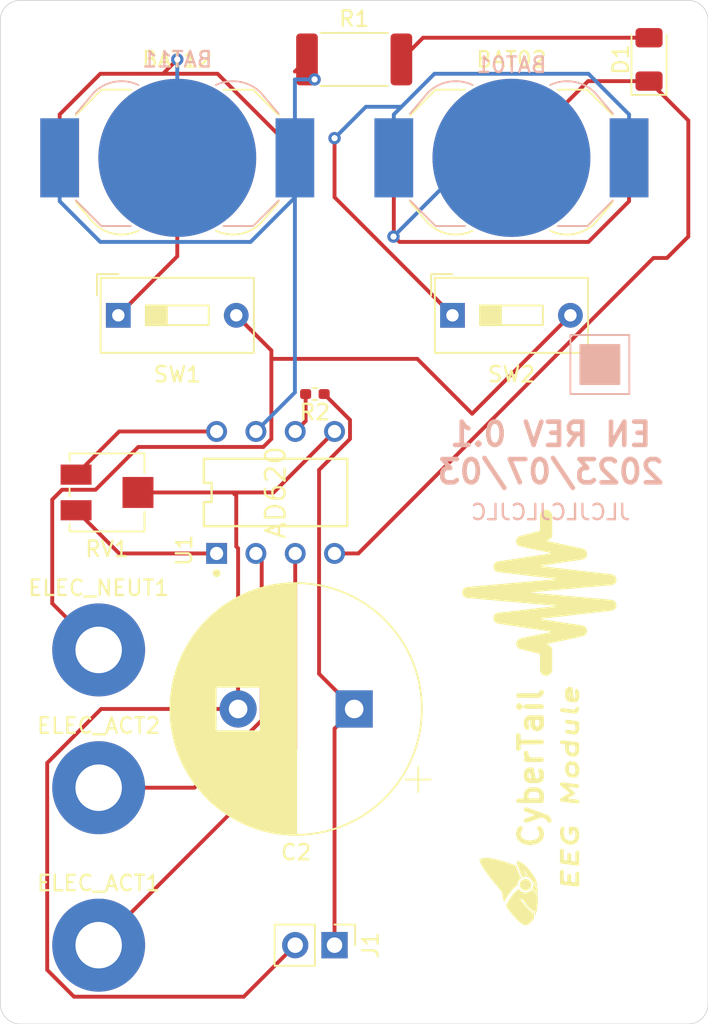
<source format=kicad_pcb>
(kicad_pcb (version 20171130) (host pcbnew 5.1.9+dfsg1-1+deb11u1)

  (general
    (thickness 1.6)
    (drawings 27)
    (tracks 106)
    (zones 0)
    (modules 16)
    (nets 16)
  )

  (page A4)
  (layers
    (0 F.Cu signal)
    (31 B.Cu signal)
    (32 B.Adhes user)
    (33 F.Adhes user)
    (34 B.Paste user)
    (35 F.Paste user)
    (36 B.SilkS user)
    (37 F.SilkS user)
    (38 B.Mask user)
    (39 F.Mask user)
    (40 Dwgs.User user)
    (41 Cmts.User user)
    (42 Eco1.User user)
    (43 Eco2.User user)
    (44 Edge.Cuts user)
    (45 Margin user)
    (46 B.CrtYd user)
    (47 F.CrtYd user)
    (48 B.Fab user)
    (49 F.Fab user)
  )

  (setup
    (last_trace_width 0.25)
    (trace_clearance 0.2)
    (zone_clearance 0.508)
    (zone_45_only no)
    (trace_min 0.2)
    (via_size 0.8)
    (via_drill 0.4)
    (via_min_size 0.4)
    (via_min_drill 0.3)
    (uvia_size 0.3)
    (uvia_drill 0.1)
    (uvias_allowed no)
    (uvia_min_size 0.2)
    (uvia_min_drill 0.1)
    (edge_width 0.05)
    (segment_width 0.2)
    (pcb_text_width 0.3)
    (pcb_text_size 1.5 1.5)
    (mod_edge_width 0.12)
    (mod_text_size 1 1)
    (mod_text_width 0.15)
    (pad_size 1.524 1.524)
    (pad_drill 0.762)
    (pad_to_mask_clearance 0)
    (aux_axis_origin 0 0)
    (grid_origin 173.99 96.52)
    (visible_elements FFFFFF7F)
    (pcbplotparams
      (layerselection 0x010fc_ffffffff)
      (usegerberextensions true)
      (usegerberattributes false)
      (usegerberadvancedattributes false)
      (creategerberjobfile true)
      (excludeedgelayer true)
      (linewidth 0.100000)
      (plotframeref false)
      (viasonmask false)
      (mode 1)
      (useauxorigin false)
      (hpglpennumber 1)
      (hpglpenspeed 20)
      (hpglpendiameter 15.000000)
      (psnegative false)
      (psa4output false)
      (plotreference true)
      (plotvalue false)
      (plotinvisibletext false)
      (padsonsilk false)
      (subtractmaskfromsilk true)
      (outputformat 1)
      (mirror false)
      (drillshape 0)
      (scaleselection 1)
      (outputdirectory "eeg-gerbers"))
  )

  (net 0 "")
  (net 1 GND)
  (net 2 "Net-(C2-Pad1)")
  (net 3 "Net-(D1-Pad2)")
  (net 4 "Net-(ELEC_ACT1-Pad1)")
  (net 5 "Net-(ELEC_ACT2-Pad1)")
  (net 6 GND2)
  (net 7 "Net-(R2-Pad2)")
  (net 8 "Net-(RV1-Pad3)")
  (net 9 "Net-(RV1-Pad1)")
  (net 10 "Net-(BAT01-Pad2)")
  (net 11 "Net-(BAT01-Pad1)")
  (net 12 "Net-(BAT02-Pad2)")
  (net 13 "Net-(BAT11-Pad2)")
  (net 14 "Net-(BAT11-Pad1)")
  (net 15 "Net-(BAT12-Pad2)")

  (net_class Default "This is the default net class."
    (clearance 0.2)
    (trace_width 0.25)
    (via_dia 0.8)
    (via_drill 0.4)
    (uvia_dia 0.3)
    (uvia_drill 0.1)
    (add_net GND)
    (add_net GND2)
    (add_net "Net-(BAT01-Pad1)")
    (add_net "Net-(BAT01-Pad2)")
    (add_net "Net-(BAT02-Pad2)")
    (add_net "Net-(BAT11-Pad1)")
    (add_net "Net-(BAT11-Pad2)")
    (add_net "Net-(BAT12-Pad2)")
    (add_net "Net-(C2-Pad1)")
    (add_net "Net-(D1-Pad2)")
    (add_net "Net-(ELEC_ACT1-Pad1)")
    (add_net "Net-(ELEC_ACT2-Pad1)")
    (add_net "Net-(R2-Pad2)")
    (add_net "Net-(RV1-Pad1)")
    (add_net "Net-(RV1-Pad3)")
  )

  (module Resistor_SMD:R_2512_6332Metric_Pad1.40x3.35mm_HandSolder (layer F.Cu) (tedit 5F68FEEE) (tstamp 64A38FEE)
    (at 35.56 16.51)
    (descr "Resistor SMD 2512 (6332 Metric), square (rectangular) end terminal, IPC_7351 nominal with elongated pad for handsoldering. (Body size source: IPC-SM-782 page 72, https://www.pcb-3d.com/wordpress/wp-content/uploads/ipc-sm-782a_amendment_1_and_2.pdf), generated with kicad-footprint-generator")
    (tags "resistor handsolder")
    (path /64EAF734)
    (attr smd)
    (fp_text reference R1 (at 0 -2.62) (layer F.SilkS)
      (effects (font (size 1 1) (thickness 0.15)))
    )
    (fp_text value R (at 0 2.62) (layer F.Fab)
      (effects (font (size 1 1) (thickness 0.15)))
    )
    (fp_line (start -3.15 1.6) (end -3.15 -1.6) (layer F.Fab) (width 0.1))
    (fp_line (start -3.15 -1.6) (end 3.15 -1.6) (layer F.Fab) (width 0.1))
    (fp_line (start 3.15 -1.6) (end 3.15 1.6) (layer F.Fab) (width 0.1))
    (fp_line (start 3.15 1.6) (end -3.15 1.6) (layer F.Fab) (width 0.1))
    (fp_line (start -2.177064 -1.71) (end 2.177064 -1.71) (layer F.SilkS) (width 0.12))
    (fp_line (start -2.177064 1.71) (end 2.177064 1.71) (layer F.SilkS) (width 0.12))
    (fp_line (start -4 1.92) (end -4 -1.92) (layer F.CrtYd) (width 0.05))
    (fp_line (start -4 -1.92) (end 4 -1.92) (layer F.CrtYd) (width 0.05))
    (fp_line (start 4 -1.92) (end 4 1.92) (layer F.CrtYd) (width 0.05))
    (fp_line (start 4 1.92) (end -4 1.92) (layer F.CrtYd) (width 0.05))
    (fp_text user %R (at 0 0) (layer F.Fab)
      (effects (font (size 1 1) (thickness 0.15)))
    )
    (pad 2 smd roundrect (at 3.05 0) (size 1.4 3.35) (layers F.Cu F.Paste F.Mask) (roundrect_rratio 0.1785707142857143)
      (net 3 "Net-(D1-Pad2)"))
    (pad 1 smd roundrect (at -3.05 0) (size 1.4 3.35) (layers F.Cu F.Paste F.Mask) (roundrect_rratio 0.1785707142857143)
      (net 14 "Net-(BAT11-Pad1)"))
    (model ${KISYS3DMOD}/Resistor_SMD.3dshapes/R_2512_6332Metric.wrl
      (at (xyz 0 0 0))
      (scale (xyz 1 1 1))
      (rotate (xyz 0 0 0))
    )
  )

  (module Battery:BatteryHolder_LINX_BAT-HLD-012-SMT (layer F.Cu) (tedit 5D9C8191) (tstamp 64A376DD)
    (at 24.13 22.86)
    (descr "SMT battery holder for CR1216/1220/1225, https://linxtechnologies.com/wp/wp-content/uploads/bat-hld-012-smt.pdf")
    (tags "battery holder coin cell cr1216 cr1220 cr1225")
    (path /64A3873A)
    (attr smd)
    (fp_text reference BAT12 (at 0 -6.35) (layer F.SilkS)
      (effects (font (size 1 1) (thickness 0.15)))
    )
    (fp_text value 3V (at 0 -7) (layer F.Fab)
      (effects (font (size 1 1) (thickness 0.15)))
    )
    (fp_line (start -7.65 -2.55) (end -7.65 -0.55) (layer F.Fab) (width 0.1))
    (fp_line (start -7.65 -2.55) (end -6.75 -2.55) (layer F.Fab) (width 0.1))
    (fp_line (start -7.65 -0.55) (end -6.75 -0.55) (layer F.Fab) (width 0.1))
    (fp_line (start -6.75 0.55) (end -7.65 0.55) (layer F.Fab) (width 0.1))
    (fp_line (start -7.65 0.55) (end -7.65 2.55) (layer F.Fab) (width 0.1))
    (fp_line (start -7.65 2.55) (end -6.75 2.55) (layer F.Fab) (width 0.1))
    (fp_line (start 6.75 2.55) (end 7.65 2.55) (layer F.Fab) (width 0.1))
    (fp_line (start 7.65 2.55) (end 7.65 0.55) (layer F.Fab) (width 0.1))
    (fp_line (start 7.65 0.55) (end 6.75 0.55) (layer F.Fab) (width 0.1))
    (fp_line (start 6.75 -0.55) (end 7.65 -0.55) (layer F.Fab) (width 0.1))
    (fp_line (start 7.65 -0.55) (end 7.65 -2.55) (layer F.Fab) (width 0.1))
    (fp_line (start 7.65 -2.55) (end 6.75 -2.55) (layer F.Fab) (width 0.1))
    (fp_line (start -6.75 2.85) (end -6.75 -2.75) (layer F.Fab) (width 0.1))
    (fp_line (start 6.75 2.85) (end 6.75 -2.75) (layer F.Fab) (width 0.1))
    (fp_line (start 4.9 -4.4) (end -4.9 -4.4) (layer F.Fab) (width 0.1))
    (fp_line (start -6.7 -2.9) (end -5.05 -4.55) (layer F.Fab) (width 0.1))
    (fp_line (start 6.7 -2.9) (end 5.05 -4.55) (layer F.Fab) (width 0.1))
    (fp_line (start 6.55 2.85) (end 6.55 -2.75) (layer F.Fab) (width 0.1))
    (fp_line (start 6.55 -2.75) (end 4.9 -4.4) (layer F.Fab) (width 0.1))
    (fp_line (start -6.55 2.85) (end -6.55 -2.75) (layer F.Fab) (width 0.1))
    (fp_line (start -6.55 -2.75) (end -4.9 -4.4) (layer F.Fab) (width 0.1))
    (fp_line (start -6.55 2.85) (end -5.4 4.2) (layer F.Fab) (width 0.1))
    (fp_line (start 6.55 2.85) (end 5.4 4.2) (layer F.Fab) (width 0.1))
    (fp_circle (center 0 0) (end -6.25 0) (layer F.Fab) (width 0.1))
    (fp_line (start -9.35 3.05) (end -9.35 -3.05) (layer F.CrtYd) (width 0.05))
    (fp_line (start -9.35 -3.05) (end -7.25 -3.05) (layer F.CrtYd) (width 0.05))
    (fp_line (start -9.35 3.05) (end -7.25 3.05) (layer F.CrtYd) (width 0.05))
    (fp_line (start -7.25 -3.05) (end -3.55 -6.75) (layer F.CrtYd) (width 0.05))
    (fp_line (start -3.55 -6.75) (end 3.55 -6.75) (layer F.CrtYd) (width 0.05))
    (fp_line (start 3.55 -6.75) (end 7.25 -3.05) (layer F.CrtYd) (width 0.05))
    (fp_line (start 7.25 -3.05) (end 9.35 -3.05) (layer F.CrtYd) (width 0.05))
    (fp_line (start 9.35 -3.05) (end 9.35 3.05) (layer F.CrtYd) (width 0.05))
    (fp_line (start 9.35 3.05) (end 7.25 3.05) (layer F.CrtYd) (width 0.05))
    (fp_line (start -3.55 6.75) (end 3.55 6.75) (layer F.CrtYd) (width 0.05))
    (fp_line (start 3.55 6.75) (end 7.25 3.05) (layer F.CrtYd) (width 0.05))
    (fp_line (start -3.55 6.75) (end -7.25 3.05) (layer F.CrtYd) (width 0.05))
    (fp_line (start -6.75 2.85) (end -6.55 2.85) (layer F.Fab) (width 0.1))
    (fp_line (start 6.75 2.85) (end 6.55 2.85) (layer F.Fab) (width 0.1))
    (fp_line (start -6.75 -2.75) (end -6.55 -2.75) (layer F.Fab) (width 0.1))
    (fp_line (start -6.55 -2.75) (end -6.7 -2.9) (layer F.Fab) (width 0.1))
    (fp_line (start -5.05 -4.55) (end -4.9 -4.4) (layer F.Fab) (width 0.1))
    (fp_line (start 5.05 -4.55) (end 4.9 -4.4) (layer F.Fab) (width 0.1))
    (fp_line (start 6.55 -2.75) (end 6.7 -2.9) (layer F.Fab) (width 0.1))
    (fp_line (start 6.55 -2.75) (end 6.75 -2.75) (layer F.Fab) (width 0.1))
    (fp_line (start -6.55 -2.75) (end -4.9 -4.4) (layer F.SilkS) (width 0.12))
    (fp_line (start 4.9 -4.4) (end 6.55 -2.75) (layer F.SilkS) (width 0.12))
    (fp_line (start 4.9 -4.4) (end 3 -4.4) (layer F.SilkS) (width 0.12))
    (fp_line (start -4.9 -4.4) (end -3 -4.4) (layer F.SilkS) (width 0.12))
    (fp_line (start -6.55 2.85) (end -5.4 4.2) (layer F.SilkS) (width 0.12))
    (fp_line (start 6.55 2.85) (end 5.4 4.2) (layer F.SilkS) (width 0.12))
    (fp_arc (start -3.6 2.4) (end -5.4 4.2) (angle -70.5) (layer F.SilkS) (width 0.12))
    (fp_arc (start -3.6 2.4) (end -1.8 4.2) (angle 90) (layer F.Fab) (width 0.1))
    (fp_arc (start 3.6 2.4) (end 5.4 4.2) (angle 90) (layer F.Fab) (width 0.1))
    (fp_text user %R (at 0 0) (layer F.Fab)
      (effects (font (size 1 1) (thickness 0.15)))
    )
    (fp_arc (start 3.6 2.4) (end 5.4 4.2) (angle 70.55996517) (layer F.SilkS) (width 0.12))
    (fp_arc (start 0 6) (end -1.8 4.2) (angle 90) (layer F.Fab) (width 0.1))
    (pad 2 smd circle (at 0 0) (size 10.2 10.2) (layers F.Cu F.Mask)
      (net 15 "Net-(BAT12-Pad2)"))
    (pad 1 smd rect (at 7.6 0) (size 2.5 5.1) (layers F.Cu F.Paste F.Mask)
      (net 13 "Net-(BAT11-Pad2)"))
    (pad 1 smd rect (at -7.6 0) (size 2.5 5.1) (layers F.Cu F.Paste F.Mask)
      (net 13 "Net-(BAT11-Pad2)"))
    (model ${KISYS3DMOD}/Battery.3dshapes/BatteryHolder_LINX_BAT-HLD-012-SMT.wrl
      (at (xyz 0 0 0))
      (scale (xyz 1 1 1))
      (rotate (xyz 0 0 0))
    )
  )

  (module Battery:BatteryHolder_LINX_BAT-HLD-012-SMT (layer B.Cu) (tedit 5D9C8191) (tstamp 64A37622)
    (at 45.72 22.86)
    (descr "SMT battery holder for CR1216/1220/1225, https://linxtechnologies.com/wp/wp-content/uploads/bat-hld-012-smt.pdf")
    (tags "battery holder coin cell cr1216 cr1220 cr1225")
    (path /64A37B39)
    (attr smd)
    (fp_text reference BAT01 (at 0 -6) (layer B.SilkS)
      (effects (font (size 1 1) (thickness 0.15)) (justify mirror))
    )
    (fp_text value 3V (at 0 7) (layer B.Fab)
      (effects (font (size 1 1) (thickness 0.15)) (justify mirror))
    )
    (fp_line (start -7.65 2.55) (end -7.65 0.55) (layer B.Fab) (width 0.1))
    (fp_line (start -7.65 2.55) (end -6.75 2.55) (layer B.Fab) (width 0.1))
    (fp_line (start -7.65 0.55) (end -6.75 0.55) (layer B.Fab) (width 0.1))
    (fp_line (start -6.75 -0.55) (end -7.65 -0.55) (layer B.Fab) (width 0.1))
    (fp_line (start -7.65 -0.55) (end -7.65 -2.55) (layer B.Fab) (width 0.1))
    (fp_line (start -7.65 -2.55) (end -6.75 -2.55) (layer B.Fab) (width 0.1))
    (fp_line (start 6.75 -2.55) (end 7.65 -2.55) (layer B.Fab) (width 0.1))
    (fp_line (start 7.65 -2.55) (end 7.65 -0.55) (layer B.Fab) (width 0.1))
    (fp_line (start 7.65 -0.55) (end 6.75 -0.55) (layer B.Fab) (width 0.1))
    (fp_line (start 6.75 0.55) (end 7.65 0.55) (layer B.Fab) (width 0.1))
    (fp_line (start 7.65 0.55) (end 7.65 2.55) (layer B.Fab) (width 0.1))
    (fp_line (start 7.65 2.55) (end 6.75 2.55) (layer B.Fab) (width 0.1))
    (fp_line (start -6.75 -2.85) (end -6.75 2.75) (layer B.Fab) (width 0.1))
    (fp_line (start 6.75 -2.85) (end 6.75 2.75) (layer B.Fab) (width 0.1))
    (fp_line (start 4.9 4.4) (end -4.9 4.4) (layer B.Fab) (width 0.1))
    (fp_line (start -6.7 2.9) (end -5.05 4.55) (layer B.Fab) (width 0.1))
    (fp_line (start 6.7 2.9) (end 5.05 4.55) (layer B.Fab) (width 0.1))
    (fp_line (start 6.55 -2.85) (end 6.55 2.75) (layer B.Fab) (width 0.1))
    (fp_line (start 6.55 2.75) (end 4.9 4.4) (layer B.Fab) (width 0.1))
    (fp_line (start -6.55 -2.85) (end -6.55 2.75) (layer B.Fab) (width 0.1))
    (fp_line (start -6.55 2.75) (end -4.9 4.4) (layer B.Fab) (width 0.1))
    (fp_line (start -6.55 -2.85) (end -5.4 -4.2) (layer B.Fab) (width 0.1))
    (fp_line (start 6.55 -2.85) (end 5.4 -4.2) (layer B.Fab) (width 0.1))
    (fp_circle (center 0 0) (end -6.25 0) (layer B.Fab) (width 0.1))
    (fp_line (start -9.35 -3.05) (end -9.35 3.05) (layer B.CrtYd) (width 0.05))
    (fp_line (start -9.35 3.05) (end -7.25 3.05) (layer B.CrtYd) (width 0.05))
    (fp_line (start -9.35 -3.05) (end -7.25 -3.05) (layer B.CrtYd) (width 0.05))
    (fp_line (start -7.25 3.05) (end -3.55 6.75) (layer B.CrtYd) (width 0.05))
    (fp_line (start -3.55 6.75) (end 3.55 6.75) (layer B.CrtYd) (width 0.05))
    (fp_line (start 3.55 6.75) (end 7.25 3.05) (layer B.CrtYd) (width 0.05))
    (fp_line (start 7.25 3.05) (end 9.35 3.05) (layer B.CrtYd) (width 0.05))
    (fp_line (start 9.35 3.05) (end 9.35 -3.05) (layer B.CrtYd) (width 0.05))
    (fp_line (start 9.35 -3.05) (end 7.25 -3.05) (layer B.CrtYd) (width 0.05))
    (fp_line (start -3.55 -6.75) (end 3.55 -6.75) (layer B.CrtYd) (width 0.05))
    (fp_line (start 3.55 -6.75) (end 7.25 -3.05) (layer B.CrtYd) (width 0.05))
    (fp_line (start -3.55 -6.75) (end -7.25 -3.05) (layer B.CrtYd) (width 0.05))
    (fp_line (start -6.75 -2.85) (end -6.55 -2.85) (layer B.Fab) (width 0.1))
    (fp_line (start 6.75 -2.85) (end 6.55 -2.85) (layer B.Fab) (width 0.1))
    (fp_line (start -6.75 2.75) (end -6.55 2.75) (layer B.Fab) (width 0.1))
    (fp_line (start -6.55 2.75) (end -6.7 2.9) (layer B.Fab) (width 0.1))
    (fp_line (start -5.05 4.55) (end -4.9 4.4) (layer B.Fab) (width 0.1))
    (fp_line (start 5.05 4.55) (end 4.9 4.4) (layer B.Fab) (width 0.1))
    (fp_line (start 6.55 2.75) (end 6.7 2.9) (layer B.Fab) (width 0.1))
    (fp_line (start 6.55 2.75) (end 6.75 2.75) (layer B.Fab) (width 0.1))
    (fp_line (start -6.55 2.75) (end -4.9 4.4) (layer B.SilkS) (width 0.12))
    (fp_line (start 4.9 4.4) (end 6.55 2.75) (layer B.SilkS) (width 0.12))
    (fp_line (start 4.9 4.4) (end 3 4.4) (layer B.SilkS) (width 0.12))
    (fp_line (start -4.9 4.4) (end -3 4.4) (layer B.SilkS) (width 0.12))
    (fp_line (start -6.55 -2.85) (end -5.4 -4.2) (layer B.SilkS) (width 0.12))
    (fp_line (start 6.55 -2.85) (end 5.4 -4.2) (layer B.SilkS) (width 0.12))
    (fp_arc (start -3.6 -2.4) (end -5.4 -4.2) (angle 70.5) (layer B.SilkS) (width 0.12))
    (fp_arc (start -3.6 -2.4) (end -1.8 -4.2) (angle -90) (layer B.Fab) (width 0.1))
    (fp_arc (start 3.6 -2.4) (end 5.4 -4.2) (angle -90) (layer B.Fab) (width 0.1))
    (fp_text user %R (at 0 0) (layer B.Fab)
      (effects (font (size 1 1) (thickness 0.15)) (justify mirror))
    )
    (fp_arc (start 3.6 -2.4) (end 5.4 -4.2) (angle -70.55996517) (layer B.SilkS) (width 0.12))
    (fp_arc (start 0 -6) (end -1.8 -4.2) (angle -90) (layer B.Fab) (width 0.1))
    (pad 2 smd circle (at 0 0) (size 10.2 10.2) (layers B.Cu B.Mask)
      (net 10 "Net-(BAT01-Pad2)"))
    (pad 1 smd rect (at 7.6 0) (size 2.5 5.1) (layers B.Cu B.Paste B.Mask)
      (net 11 "Net-(BAT01-Pad1)"))
    (pad 1 smd rect (at -7.6 0) (size 2.5 5.1) (layers B.Cu B.Paste B.Mask)
      (net 11 "Net-(BAT01-Pad1)"))
    (model ${KISYS3DMOD}/Battery.3dshapes/BatteryHolder_LINX_BAT-HLD-012-SMT.wrl
      (at (xyz 0 0 0))
      (scale (xyz 1 1 1))
      (rotate (xyz 0 0 0))
    )
  )

  (module AD620:Analog_Devices_Inc-N-8-0-0-0 (layer F.Cu) (tedit 5EF19D70) (tstamp 64A390AA)
    (at 30.48 44.45 90)
    (path /64E9F1EC)
    (fp_text reference U1 (at -4.835 -5.91 90) (layer F.SilkS)
      (effects (font (size 1 1) (thickness 0.15)) (justify left))
    )
    (fp_text value AD620 (at 0 0 90) (layer F.SilkS)
      (effects (font (size 1.27 1.27) (thickness 0.15)))
    )
    (fp_circle (center -5.21 -3.81) (end -5.085 -3.81) (layer F.SilkS) (width 0.25))
    (fp_line (start -3.175 4.635) (end -3.175 -4.635) (layer F.Fab) (width 0.15))
    (fp_line (start -3.175 -4.635) (end 3.175 -4.635) (layer F.Fab) (width 0.15))
    (fp_line (start 3.175 -4.635) (end 3.175 4.635) (layer F.Fab) (width 0.15))
    (fp_line (start 3.175 4.635) (end -3.175 4.635) (layer F.Fab) (width 0.15))
    (fp_line (start -2.175 -4.635) (end -2.175 4.635) (layer F.SilkS) (width 0.15))
    (fp_line (start -2.175 4.635) (end 2.175 4.635) (layer F.SilkS) (width 0.15))
    (fp_line (start 2.175 4.635) (end 2.175 -4.635) (layer F.SilkS) (width 0.15))
    (fp_line (start 2.175 -4.635) (end 0.621428 -4.635) (layer F.SilkS) (width 0.15))
    (fp_line (start 0.621428 -4.635) (end 0.621428 -4.135) (layer F.SilkS) (width 0.15))
    (fp_line (start 0.621428 -4.135) (end -0.621428 -4.135) (layer F.SilkS) (width 0.15))
    (fp_line (start -0.621428 -4.135) (end -0.621428 -4.635) (layer F.SilkS) (width 0.15))
    (fp_line (start -0.621428 -4.635) (end -2.175 -4.635) (layer F.SilkS) (width 0.15))
    (fp_line (start 4.635 -5.105) (end 4.635 -5.105) (layer F.CrtYd) (width 0.15))
    (fp_line (start 4.635 -5.105) (end -4.635 -5.105) (layer F.CrtYd) (width 0.15))
    (fp_line (start -4.635 -5.105) (end -4.635 5.105) (layer F.CrtYd) (width 0.15))
    (fp_line (start -4.635 5.105) (end 4.635 5.105) (layer F.CrtYd) (width 0.15))
    (fp_line (start 4.635 5.105) (end 4.635 -5.105) (layer F.CrtYd) (width 0.15))
    (pad 8 thru_hole circle (at 3.935 -3.81 90) (size 1.35 1.35) (drill 0.85) (layers *.Cu)
      (net 8 "Net-(RV1-Pad3)") (thermal_width 0.4))
    (pad 7 thru_hole circle (at 3.935 -1.27 90) (size 1.35 1.35) (drill 0.85) (layers *.Cu)
      (net 14 "Net-(BAT11-Pad1)") (thermal_width 0.4))
    (pad 6 thru_hole circle (at 3.935 1.27 90) (size 1.35 1.35) (drill 0.85) (layers *.Cu)
      (net 7 "Net-(R2-Pad2)") (thermal_width 0.4))
    (pad 5 thru_hole circle (at 3.935 3.81 90) (size 1.35 1.35) (drill 0.85) (layers *.Cu)
      (net 1 GND) (thermal_width 0.4))
    (pad 4 thru_hole circle (at -3.935 3.81 90) (size 1.35 1.35) (drill 0.85) (layers *.Cu)
      (net 12 "Net-(BAT02-Pad2)") (thermal_width 0.4))
    (pad 3 thru_hole circle (at -3.935 1.27 90) (size 1.35 1.35) (drill 0.85) (layers *.Cu)
      (net 4 "Net-(ELEC_ACT1-Pad1)") (thermal_width 0.4))
    (pad 2 thru_hole circle (at -3.935 -1.27 90) (size 1.35 1.35) (drill 0.85) (layers *.Cu)
      (net 5 "Net-(ELEC_ACT2-Pad1)") (thermal_width 0.4))
    (pad 1 thru_hole rect (at -3.935 -3.81 90) (size 1.35 1.35) (drill 0.85) (layers *.Cu)
      (net 9 "Net-(RV1-Pad1)") (thermal_width 0.4))
    (model eec.models/Analog_Devices_Inc_-_AD620AN.step
      (at (xyz 0 0 0))
      (scale (xyz 1 1 1))
      (rotate (xyz 0 0 0))
    )
  )

  (module Button_Switch_THT:SW_DIP_SPSTx01_Slide_9.78x4.72mm_W7.62mm_P2.54mm (layer F.Cu) (tedit 5A4E1404) (tstamp 64A3908C)
    (at 41.91 33.02)
    (descr "1x-dip-switch SPST , Slide, row spacing 7.62 mm (300 mils), body size 9.78x4.72mm (see e.g. https://www.ctscorp.com/wp-content/uploads/206-208.pdf)")
    (tags "DIP Switch SPST Slide 7.62mm 300mil")
    (path /64EB5DED)
    (fp_text reference SW2 (at 3.81 3.81) (layer F.SilkS)
      (effects (font (size 1 1) (thickness 0.15)))
    )
    (fp_text value SW_DIP_x01 (at 3.81 3.42) (layer F.Fab)
      (effects (font (size 1 1) (thickness 0.15)))
    )
    (fp_line (start -0.08 -2.36) (end 8.7 -2.36) (layer F.Fab) (width 0.1))
    (fp_line (start 8.7 -2.36) (end 8.7 2.36) (layer F.Fab) (width 0.1))
    (fp_line (start 8.7 2.36) (end -1.08 2.36) (layer F.Fab) (width 0.1))
    (fp_line (start -1.08 2.36) (end -1.08 -1.36) (layer F.Fab) (width 0.1))
    (fp_line (start -1.08 -1.36) (end -0.08 -2.36) (layer F.Fab) (width 0.1))
    (fp_line (start 1.78 -0.635) (end 1.78 0.635) (layer F.Fab) (width 0.1))
    (fp_line (start 1.78 0.635) (end 5.84 0.635) (layer F.Fab) (width 0.1))
    (fp_line (start 5.84 0.635) (end 5.84 -0.635) (layer F.Fab) (width 0.1))
    (fp_line (start 5.84 -0.635) (end 1.78 -0.635) (layer F.Fab) (width 0.1))
    (fp_line (start 1.78 -0.535) (end 3.133333 -0.535) (layer F.Fab) (width 0.1))
    (fp_line (start 1.78 -0.435) (end 3.133333 -0.435) (layer F.Fab) (width 0.1))
    (fp_line (start 1.78 -0.335) (end 3.133333 -0.335) (layer F.Fab) (width 0.1))
    (fp_line (start 1.78 -0.235) (end 3.133333 -0.235) (layer F.Fab) (width 0.1))
    (fp_line (start 1.78 -0.135) (end 3.133333 -0.135) (layer F.Fab) (width 0.1))
    (fp_line (start 1.78 -0.035) (end 3.133333 -0.035) (layer F.Fab) (width 0.1))
    (fp_line (start 1.78 0.065) (end 3.133333 0.065) (layer F.Fab) (width 0.1))
    (fp_line (start 1.78 0.165) (end 3.133333 0.165) (layer F.Fab) (width 0.1))
    (fp_line (start 1.78 0.265) (end 3.133333 0.265) (layer F.Fab) (width 0.1))
    (fp_line (start 1.78 0.365) (end 3.133333 0.365) (layer F.Fab) (width 0.1))
    (fp_line (start 1.78 0.465) (end 3.133333 0.465) (layer F.Fab) (width 0.1))
    (fp_line (start 1.78 0.565) (end 3.133333 0.565) (layer F.Fab) (width 0.1))
    (fp_line (start 3.133333 -0.635) (end 3.133333 0.635) (layer F.Fab) (width 0.1))
    (fp_line (start -1.14 -2.42) (end 8.76 -2.42) (layer F.SilkS) (width 0.12))
    (fp_line (start -1.14 2.42) (end 8.76 2.42) (layer F.SilkS) (width 0.12))
    (fp_line (start -1.14 -2.42) (end -1.14 2.42) (layer F.SilkS) (width 0.12))
    (fp_line (start 8.76 -2.42) (end 8.76 2.42) (layer F.SilkS) (width 0.12))
    (fp_line (start -1.38 -2.66) (end 0.004 -2.66) (layer F.SilkS) (width 0.12))
    (fp_line (start -1.38 -2.66) (end -1.38 -1.277) (layer F.SilkS) (width 0.12))
    (fp_line (start 1.78 -0.635) (end 1.78 0.635) (layer F.SilkS) (width 0.12))
    (fp_line (start 1.78 0.635) (end 5.84 0.635) (layer F.SilkS) (width 0.12))
    (fp_line (start 5.84 0.635) (end 5.84 -0.635) (layer F.SilkS) (width 0.12))
    (fp_line (start 5.84 -0.635) (end 1.78 -0.635) (layer F.SilkS) (width 0.12))
    (fp_line (start 1.78 -0.515) (end 3.133333 -0.515) (layer F.SilkS) (width 0.12))
    (fp_line (start 1.78 -0.395) (end 3.133333 -0.395) (layer F.SilkS) (width 0.12))
    (fp_line (start 1.78 -0.275) (end 3.133333 -0.275) (layer F.SilkS) (width 0.12))
    (fp_line (start 1.78 -0.155) (end 3.133333 -0.155) (layer F.SilkS) (width 0.12))
    (fp_line (start 1.78 -0.035) (end 3.133333 -0.035) (layer F.SilkS) (width 0.12))
    (fp_line (start 1.78 0.085) (end 3.133333 0.085) (layer F.SilkS) (width 0.12))
    (fp_line (start 1.78 0.205) (end 3.133333 0.205) (layer F.SilkS) (width 0.12))
    (fp_line (start 1.78 0.325) (end 3.133333 0.325) (layer F.SilkS) (width 0.12))
    (fp_line (start 1.78 0.445) (end 3.133333 0.445) (layer F.SilkS) (width 0.12))
    (fp_line (start 1.78 0.565) (end 3.133333 0.565) (layer F.SilkS) (width 0.12))
    (fp_line (start 3.133333 -0.635) (end 3.133333 0.635) (layer F.SilkS) (width 0.12))
    (fp_line (start -1.35 -2.7) (end -1.35 2.7) (layer F.CrtYd) (width 0.05))
    (fp_line (start -1.35 2.7) (end 8.95 2.7) (layer F.CrtYd) (width 0.05))
    (fp_line (start 8.95 2.7) (end 8.95 -2.7) (layer F.CrtYd) (width 0.05))
    (fp_line (start 8.95 -2.7) (end -1.35 -2.7) (layer F.CrtYd) (width 0.05))
    (fp_text user on (at 5.365 -1.4975) (layer F.Fab)
      (effects (font (size 0.6 0.6) (thickness 0.09)))
    )
    (fp_text user %R (at 7.27 0 90) (layer F.Fab)
      (effects (font (size 0.6 0.6) (thickness 0.09)))
    )
    (pad 2 thru_hole oval (at 7.62 0) (size 1.6 1.6) (drill 0.8) (layers *.Cu *.Mask)
      (net 6 GND2))
    (pad 1 thru_hole rect (at 0 0) (size 1.6 1.6) (drill 0.8) (layers *.Cu *.Mask)
      (net 11 "Net-(BAT01-Pad1)"))
    (model ${KISYS3DMOD}/Button_Switch_THT.3dshapes/SW_DIP_SPSTx01_Slide_9.78x4.72mm_W7.62mm_P2.54mm.wrl
      (at (xyz 0 0 0))
      (scale (xyz 1 1 1))
      (rotate (xyz 0 0 90))
    )
  )

  (module Button_Switch_THT:SW_DIP_SPSTx01_Slide_9.78x4.72mm_W7.62mm_P2.54mm (layer F.Cu) (tedit 5A4E1404) (tstamp 64A39055)
    (at 20.32 33.02)
    (descr "1x-dip-switch SPST , Slide, row spacing 7.62 mm (300 mils), body size 9.78x4.72mm (see e.g. https://www.ctscorp.com/wp-content/uploads/206-208.pdf)")
    (tags "DIP Switch SPST Slide 7.62mm 300mil")
    (path /64EB55F2)
    (fp_text reference SW1 (at 3.81 3.81) (layer F.SilkS)
      (effects (font (size 1 1) (thickness 0.15)))
    )
    (fp_text value SW_DIP_x01 (at 3.81 3.42) (layer F.Fab)
      (effects (font (size 1 1) (thickness 0.15)))
    )
    (fp_line (start -0.08 -2.36) (end 8.7 -2.36) (layer F.Fab) (width 0.1))
    (fp_line (start 8.7 -2.36) (end 8.7 2.36) (layer F.Fab) (width 0.1))
    (fp_line (start 8.7 2.36) (end -1.08 2.36) (layer F.Fab) (width 0.1))
    (fp_line (start -1.08 2.36) (end -1.08 -1.36) (layer F.Fab) (width 0.1))
    (fp_line (start -1.08 -1.36) (end -0.08 -2.36) (layer F.Fab) (width 0.1))
    (fp_line (start 1.78 -0.635) (end 1.78 0.635) (layer F.Fab) (width 0.1))
    (fp_line (start 1.78 0.635) (end 5.84 0.635) (layer F.Fab) (width 0.1))
    (fp_line (start 5.84 0.635) (end 5.84 -0.635) (layer F.Fab) (width 0.1))
    (fp_line (start 5.84 -0.635) (end 1.78 -0.635) (layer F.Fab) (width 0.1))
    (fp_line (start 1.78 -0.535) (end 3.133333 -0.535) (layer F.Fab) (width 0.1))
    (fp_line (start 1.78 -0.435) (end 3.133333 -0.435) (layer F.Fab) (width 0.1))
    (fp_line (start 1.78 -0.335) (end 3.133333 -0.335) (layer F.Fab) (width 0.1))
    (fp_line (start 1.78 -0.235) (end 3.133333 -0.235) (layer F.Fab) (width 0.1))
    (fp_line (start 1.78 -0.135) (end 3.133333 -0.135) (layer F.Fab) (width 0.1))
    (fp_line (start 1.78 -0.035) (end 3.133333 -0.035) (layer F.Fab) (width 0.1))
    (fp_line (start 1.78 0.065) (end 3.133333 0.065) (layer F.Fab) (width 0.1))
    (fp_line (start 1.78 0.165) (end 3.133333 0.165) (layer F.Fab) (width 0.1))
    (fp_line (start 1.78 0.265) (end 3.133333 0.265) (layer F.Fab) (width 0.1))
    (fp_line (start 1.78 0.365) (end 3.133333 0.365) (layer F.Fab) (width 0.1))
    (fp_line (start 1.78 0.465) (end 3.133333 0.465) (layer F.Fab) (width 0.1))
    (fp_line (start 1.78 0.565) (end 3.133333 0.565) (layer F.Fab) (width 0.1))
    (fp_line (start 3.133333 -0.635) (end 3.133333 0.635) (layer F.Fab) (width 0.1))
    (fp_line (start -1.14 -2.42) (end 8.76 -2.42) (layer F.SilkS) (width 0.12))
    (fp_line (start -1.14 2.42) (end 8.76 2.42) (layer F.SilkS) (width 0.12))
    (fp_line (start -1.14 -2.42) (end -1.14 2.42) (layer F.SilkS) (width 0.12))
    (fp_line (start 8.76 -2.42) (end 8.76 2.42) (layer F.SilkS) (width 0.12))
    (fp_line (start -1.38 -2.66) (end 0.004 -2.66) (layer F.SilkS) (width 0.12))
    (fp_line (start -1.38 -2.66) (end -1.38 -1.277) (layer F.SilkS) (width 0.12))
    (fp_line (start 1.78 -0.635) (end 1.78 0.635) (layer F.SilkS) (width 0.12))
    (fp_line (start 1.78 0.635) (end 5.84 0.635) (layer F.SilkS) (width 0.12))
    (fp_line (start 5.84 0.635) (end 5.84 -0.635) (layer F.SilkS) (width 0.12))
    (fp_line (start 5.84 -0.635) (end 1.78 -0.635) (layer F.SilkS) (width 0.12))
    (fp_line (start 1.78 -0.515) (end 3.133333 -0.515) (layer F.SilkS) (width 0.12))
    (fp_line (start 1.78 -0.395) (end 3.133333 -0.395) (layer F.SilkS) (width 0.12))
    (fp_line (start 1.78 -0.275) (end 3.133333 -0.275) (layer F.SilkS) (width 0.12))
    (fp_line (start 1.78 -0.155) (end 3.133333 -0.155) (layer F.SilkS) (width 0.12))
    (fp_line (start 1.78 -0.035) (end 3.133333 -0.035) (layer F.SilkS) (width 0.12))
    (fp_line (start 1.78 0.085) (end 3.133333 0.085) (layer F.SilkS) (width 0.12))
    (fp_line (start 1.78 0.205) (end 3.133333 0.205) (layer F.SilkS) (width 0.12))
    (fp_line (start 1.78 0.325) (end 3.133333 0.325) (layer F.SilkS) (width 0.12))
    (fp_line (start 1.78 0.445) (end 3.133333 0.445) (layer F.SilkS) (width 0.12))
    (fp_line (start 1.78 0.565) (end 3.133333 0.565) (layer F.SilkS) (width 0.12))
    (fp_line (start 3.133333 -0.635) (end 3.133333 0.635) (layer F.SilkS) (width 0.12))
    (fp_line (start -1.35 -2.7) (end -1.35 2.7) (layer F.CrtYd) (width 0.05))
    (fp_line (start -1.35 2.7) (end 8.95 2.7) (layer F.CrtYd) (width 0.05))
    (fp_line (start 8.95 2.7) (end 8.95 -2.7) (layer F.CrtYd) (width 0.05))
    (fp_line (start 8.95 -2.7) (end -1.35 -2.7) (layer F.CrtYd) (width 0.05))
    (fp_text user on (at 5.365 -1.4975) (layer F.Fab)
      (effects (font (size 0.6 0.6) (thickness 0.09)))
    )
    (fp_text user %R (at 7.27 0 90) (layer F.Fab)
      (effects (font (size 0.6 0.6) (thickness 0.09)))
    )
    (pad 2 thru_hole oval (at 7.62 0) (size 1.6 1.6) (drill 0.8) (layers *.Cu *.Mask)
      (net 6 GND2))
    (pad 1 thru_hole rect (at 0 0) (size 1.6 1.6) (drill 0.8) (layers *.Cu *.Mask)
      (net 15 "Net-(BAT12-Pad2)"))
    (model ${KISYS3DMOD}/Button_Switch_THT.3dshapes/SW_DIP_SPSTx01_Slide_9.78x4.72mm_W7.62mm_P2.54mm.wrl
      (at (xyz 0 0 0))
      (scale (xyz 1 1 1))
      (rotate (xyz 0 0 90))
    )
  )

  (module Potentiometer_SMD:Potentiometer_Bourns_3214J_Horizontal (layer F.Cu) (tedit 5A3D7171) (tstamp 64A3901E)
    (at 19.59 44.45 180)
    (descr "Potentiometer, horizontal, Bourns 3214J, https://www.bourns.com/docs/Product-Datasheets/3214.pdf")
    (tags "Potentiometer horizontal Bourns 3214J")
    (path /64EB83C8)
    (attr smd)
    (fp_text reference RV1 (at 0 -3.65) (layer F.SilkS)
      (effects (font (size 1 1) (thickness 0.15)))
    )
    (fp_text value 1000 (at 0 3.65) (layer F.Fab)
      (effects (font (size 1 1) (thickness 0.15)))
    )
    (fp_line (start -2.3 -2.4) (end -2.3 2.4) (layer F.Fab) (width 0.1))
    (fp_line (start -2.3 2.4) (end 2.3 2.4) (layer F.Fab) (width 0.1))
    (fp_line (start 2.3 2.4) (end 2.3 -2.4) (layer F.Fab) (width 0.1))
    (fp_line (start 2.3 -2.4) (end -2.3 -2.4) (layer F.Fab) (width 0.1))
    (fp_line (start -2.3 -2.02) (end -2.3 -0.24) (layer F.Fab) (width 0.1))
    (fp_line (start -2.3 -0.24) (end -2.3 -0.24) (layer F.Fab) (width 0.1))
    (fp_line (start -2.3 -0.24) (end -2.3 -2.02) (layer F.Fab) (width 0.1))
    (fp_line (start -2.3 -2.02) (end -2.3 -2.02) (layer F.Fab) (width 0.1))
    (fp_line (start -2.3 -1.13) (end -2.3 -1.13) (layer F.Fab) (width 0.1))
    (fp_line (start -2.42 -2.52) (end 2.42 -2.52) (layer F.SilkS) (width 0.12))
    (fp_line (start -2.42 2.52) (end 2.42 2.52) (layer F.SilkS) (width 0.12))
    (fp_line (start -2.42 -2.52) (end -2.42 -1.24) (layer F.SilkS) (width 0.12))
    (fp_line (start -2.42 1.24) (end -2.42 2.52) (layer F.SilkS) (width 0.12))
    (fp_line (start 2.42 -2.52) (end 2.42 -2.04) (layer F.SilkS) (width 0.12))
    (fp_line (start 2.42 -0.26) (end 2.42 0.26) (layer F.SilkS) (width 0.12))
    (fp_line (start 2.42 2.04) (end 2.42 2.52) (layer F.SilkS) (width 0.12))
    (fp_line (start -2.42 -2.14) (end -2.42 -2.14) (layer F.SilkS) (width 0.12))
    (fp_line (start -2.42 -2.14) (end -2.42 -1.24) (layer F.SilkS) (width 0.12))
    (fp_line (start -2.42 -2.14) (end -2.42 -1.24) (layer F.SilkS) (width 0.12))
    (fp_line (start -3.25 -2.65) (end -3.25 2.65) (layer F.CrtYd) (width 0.05))
    (fp_line (start -3.25 2.65) (end 3.25 2.65) (layer F.CrtYd) (width 0.05))
    (fp_line (start 3.25 2.65) (end 3.25 -2.65) (layer F.CrtYd) (width 0.05))
    (fp_line (start 3.25 -2.65) (end -3.25 -2.65) (layer F.CrtYd) (width 0.05))
    (fp_text user %R (at 0 0) (layer F.Fab)
      (effects (font (size 1 1) (thickness 0.15)))
    )
    (pad 3 smd rect (at 2 1.15 180) (size 2 1.3) (layers F.Cu F.Paste F.Mask)
      (net 8 "Net-(RV1-Pad3)"))
    (pad 2 smd rect (at -2 0 180) (size 2 2) (layers F.Cu F.Paste F.Mask)
      (net 1 GND))
    (pad 1 smd rect (at 2 -1.15 180) (size 2 1.3) (layers F.Cu F.Paste F.Mask)
      (net 9 "Net-(RV1-Pad1)"))
    (model ${KISYS3DMOD}/Potentiometer_SMD.3dshapes/Potentiometer_Bourns_3214J_Horizontal.wrl
      (at (xyz 0 0 0))
      (scale (xyz 1 1 1))
      (rotate (xyz 0 0 0))
    )
  )

  (module Resistor_SMD:R_0402_1005Metric_Pad0.72x0.64mm_HandSolder (layer F.Cu) (tedit 5F6BB9E0) (tstamp 64A38FFF)
    (at 33.02 38.1 180)
    (descr "Resistor SMD 0402 (1005 Metric), square (rectangular) end terminal, IPC_7351 nominal with elongated pad for handsoldering. (Body size source: IPC-SM-782 page 72, https://www.pcb-3d.com/wordpress/wp-content/uploads/ipc-sm-782a_amendment_1_and_2.pdf), generated with kicad-footprint-generator")
    (tags "resistor handsolder")
    (path /64EA1197)
    (attr smd)
    (fp_text reference R2 (at 0 -1.17) (layer F.SilkS)
      (effects (font (size 1 1) (thickness 0.15)))
    )
    (fp_text value 1.8K (at 0 1.17) (layer F.Fab)
      (effects (font (size 1 1) (thickness 0.15)))
    )
    (fp_line (start -0.525 0.27) (end -0.525 -0.27) (layer F.Fab) (width 0.1))
    (fp_line (start -0.525 -0.27) (end 0.525 -0.27) (layer F.Fab) (width 0.1))
    (fp_line (start 0.525 -0.27) (end 0.525 0.27) (layer F.Fab) (width 0.1))
    (fp_line (start 0.525 0.27) (end -0.525 0.27) (layer F.Fab) (width 0.1))
    (fp_line (start -0.167621 -0.38) (end 0.167621 -0.38) (layer F.SilkS) (width 0.12))
    (fp_line (start -0.167621 0.38) (end 0.167621 0.38) (layer F.SilkS) (width 0.12))
    (fp_line (start -1.1 0.47) (end -1.1 -0.47) (layer F.CrtYd) (width 0.05))
    (fp_line (start -1.1 -0.47) (end 1.1 -0.47) (layer F.CrtYd) (width 0.05))
    (fp_line (start 1.1 -0.47) (end 1.1 0.47) (layer F.CrtYd) (width 0.05))
    (fp_line (start 1.1 0.47) (end -1.1 0.47) (layer F.CrtYd) (width 0.05))
    (fp_text user %R (at 0 0) (layer F.Fab)
      (effects (font (size 0.26 0.26) (thickness 0.04)))
    )
    (pad 2 smd roundrect (at 0.5975 0 180) (size 0.715 0.64) (layers F.Cu F.Paste F.Mask) (roundrect_rratio 0.25)
      (net 7 "Net-(R2-Pad2)"))
    (pad 1 smd roundrect (at -0.5975 0 180) (size 0.715 0.64) (layers F.Cu F.Paste F.Mask) (roundrect_rratio 0.25)
      (net 2 "Net-(C2-Pad1)"))
    (model ${KISYS3DMOD}/Resistor_SMD.3dshapes/R_0402_1005Metric.wrl
      (at (xyz 0 0 0))
      (scale (xyz 1 1 1))
      (rotate (xyz 0 0 0))
    )
  )

  (module Connector_PinHeader_2.54mm:PinHeader_1x02_P2.54mm_Vertical (layer F.Cu) (tedit 59FED5CC) (tstamp 64A38FDD)
    (at 34.29 73.66 270)
    (descr "Through hole straight pin header, 1x02, 2.54mm pitch, single row")
    (tags "Through hole pin header THT 1x02 2.54mm single row")
    (path /64EA1733)
    (fp_text reference J1 (at 0 -2.33 90) (layer F.SilkS)
      (effects (font (size 1 1) (thickness 0.15)))
    )
    (fp_text value Output (at 0 4.87 90) (layer F.Fab)
      (effects (font (size 1 1) (thickness 0.15)))
    )
    (fp_line (start -0.635 -1.27) (end 1.27 -1.27) (layer F.Fab) (width 0.1))
    (fp_line (start 1.27 -1.27) (end 1.27 3.81) (layer F.Fab) (width 0.1))
    (fp_line (start 1.27 3.81) (end -1.27 3.81) (layer F.Fab) (width 0.1))
    (fp_line (start -1.27 3.81) (end -1.27 -0.635) (layer F.Fab) (width 0.1))
    (fp_line (start -1.27 -0.635) (end -0.635 -1.27) (layer F.Fab) (width 0.1))
    (fp_line (start -1.33 3.87) (end 1.33 3.87) (layer F.SilkS) (width 0.12))
    (fp_line (start -1.33 1.27) (end -1.33 3.87) (layer F.SilkS) (width 0.12))
    (fp_line (start 1.33 1.27) (end 1.33 3.87) (layer F.SilkS) (width 0.12))
    (fp_line (start -1.33 1.27) (end 1.33 1.27) (layer F.SilkS) (width 0.12))
    (fp_line (start -1.33 0) (end -1.33 -1.33) (layer F.SilkS) (width 0.12))
    (fp_line (start -1.33 -1.33) (end 0 -1.33) (layer F.SilkS) (width 0.12))
    (fp_line (start -1.8 -1.8) (end -1.8 4.35) (layer F.CrtYd) (width 0.05))
    (fp_line (start -1.8 4.35) (end 1.8 4.35) (layer F.CrtYd) (width 0.05))
    (fp_line (start 1.8 4.35) (end 1.8 -1.8) (layer F.CrtYd) (width 0.05))
    (fp_line (start 1.8 -1.8) (end -1.8 -1.8) (layer F.CrtYd) (width 0.05))
    (fp_text user %R (at 0 1.27) (layer F.Fab)
      (effects (font (size 1 1) (thickness 0.15)))
    )
    (pad 2 thru_hole oval (at 0 2.54 270) (size 1.7 1.7) (drill 1) (layers *.Cu *.Mask)
      (net 1 GND))
    (pad 1 thru_hole rect (at 0 0 270) (size 1.7 1.7) (drill 1) (layers *.Cu *.Mask)
      (net 2 "Net-(C2-Pad1)"))
    (model ${KISYS3DMOD}/Connector_PinHeader_2.54mm.3dshapes/PinHeader_1x02_P2.54mm_Vertical.wrl
      (at (xyz 0 0 0))
      (scale (xyz 1 1 1))
      (rotate (xyz 0 0 0))
    )
  )

  (module MountingHole:MountingHole_3mm_Pad (layer F.Cu) (tedit 56D1B4CB) (tstamp 64A38FC7)
    (at 19.05 54.61)
    (descr "Mounting Hole 3mm")
    (tags "mounting hole 3mm")
    (path /64E9D115)
    (attr virtual)
    (fp_text reference ELEC_NEUT1 (at 0 -4) (layer F.SilkS)
      (effects (font (size 1 1) (thickness 0.15)))
    )
    (fp_text value Neutral (at 0 4) (layer F.Fab)
      (effects (font (size 1 1) (thickness 0.15)))
    )
    (fp_circle (center 0 0) (end 3 0) (layer Cmts.User) (width 0.15))
    (fp_circle (center 0 0) (end 3.25 0) (layer F.CrtYd) (width 0.05))
    (fp_text user %R (at 0.3 0) (layer F.Fab)
      (effects (font (size 1 1) (thickness 0.15)))
    )
    (pad 1 thru_hole circle (at 0 0) (size 6 6) (drill 3) (layers *.Cu *.Mask)
      (net 6 GND2))
  )

  (module MountingHole:MountingHole_3mm_Pad (layer F.Cu) (tedit 56D1B4CB) (tstamp 64A38FBF)
    (at 19.05 63.5)
    (descr "Mounting Hole 3mm")
    (tags "mounting hole 3mm")
    (path /64E9E042)
    (attr virtual)
    (fp_text reference ELEC_ACT2 (at 0 -4) (layer F.SilkS)
      (effects (font (size 1 1) (thickness 0.15)))
    )
    (fp_text value Electrode (at 0 4) (layer F.Fab)
      (effects (font (size 1 1) (thickness 0.15)))
    )
    (fp_circle (center 0 0) (end 3 0) (layer Cmts.User) (width 0.15))
    (fp_circle (center 0 0) (end 3.25 0) (layer F.CrtYd) (width 0.05))
    (fp_text user %R (at 0.3 0) (layer F.Fab)
      (effects (font (size 1 1) (thickness 0.15)))
    )
    (pad 1 thru_hole circle (at 0 0) (size 6 6) (drill 3) (layers *.Cu *.Mask)
      (net 5 "Net-(ELEC_ACT2-Pad1)"))
  )

  (module MountingHole:MountingHole_3mm_Pad (layer F.Cu) (tedit 56D1B4CB) (tstamp 64A38FB7)
    (at 19.05 73.66)
    (descr "Mounting Hole 3mm")
    (tags "mounting hole 3mm")
    (path /64E9DB74)
    (attr virtual)
    (fp_text reference ELEC_ACT1 (at 0 -4) (layer F.SilkS)
      (effects (font (size 1 1) (thickness 0.15)))
    )
    (fp_text value Electrode (at 0 4) (layer F.Fab)
      (effects (font (size 1 1) (thickness 0.15)))
    )
    (fp_circle (center 0 0) (end 3 0) (layer Cmts.User) (width 0.15))
    (fp_circle (center 0 0) (end 3.25 0) (layer F.CrtYd) (width 0.05))
    (fp_text user %R (at 0.3 0) (layer F.Fab)
      (effects (font (size 1 1) (thickness 0.15)))
    )
    (pad 1 thru_hole circle (at 0 0) (size 6 6) (drill 3) (layers *.Cu *.Mask)
      (net 4 "Net-(ELEC_ACT1-Pad1)"))
  )

  (module LED_SMD:LED_1206_3216Metric (layer F.Cu) (tedit 5F68FEF1) (tstamp 64A38FAF)
    (at 54.61 16.51 90)
    (descr "LED SMD 1206 (3216 Metric), square (rectangular) end terminal, IPC_7351 nominal, (Body size source: http://www.tortai-tech.com/upload/download/2011102023233369053.pdf), generated with kicad-footprint-generator")
    (tags LED)
    (path /64EB01D0)
    (attr smd)
    (fp_text reference D1 (at 0 -1.82 90) (layer F.SilkS)
      (effects (font (size 1 1) (thickness 0.15)))
    )
    (fp_text value LED (at 0 1.82 90) (layer F.Fab)
      (effects (font (size 1 1) (thickness 0.15)))
    )
    (fp_line (start 1.6 -0.8) (end -1.2 -0.8) (layer F.Fab) (width 0.1))
    (fp_line (start -1.2 -0.8) (end -1.6 -0.4) (layer F.Fab) (width 0.1))
    (fp_line (start -1.6 -0.4) (end -1.6 0.8) (layer F.Fab) (width 0.1))
    (fp_line (start -1.6 0.8) (end 1.6 0.8) (layer F.Fab) (width 0.1))
    (fp_line (start 1.6 0.8) (end 1.6 -0.8) (layer F.Fab) (width 0.1))
    (fp_line (start 1.6 -1.135) (end -2.285 -1.135) (layer F.SilkS) (width 0.12))
    (fp_line (start -2.285 -1.135) (end -2.285 1.135) (layer F.SilkS) (width 0.12))
    (fp_line (start -2.285 1.135) (end 1.6 1.135) (layer F.SilkS) (width 0.12))
    (fp_line (start -2.28 1.12) (end -2.28 -1.12) (layer F.CrtYd) (width 0.05))
    (fp_line (start -2.28 -1.12) (end 2.28 -1.12) (layer F.CrtYd) (width 0.05))
    (fp_line (start 2.28 -1.12) (end 2.28 1.12) (layer F.CrtYd) (width 0.05))
    (fp_line (start 2.28 1.12) (end -2.28 1.12) (layer F.CrtYd) (width 0.05))
    (fp_text user %R (at 0 0 90) (layer F.Fab)
      (effects (font (size 0.8 0.8) (thickness 0.12)))
    )
    (pad 2 smd roundrect (at 1.4 0 90) (size 1.25 1.75) (layers F.Cu F.Paste F.Mask) (roundrect_rratio 0.2)
      (net 3 "Net-(D1-Pad2)"))
    (pad 1 smd roundrect (at -1.4 0 90) (size 1.25 1.75) (layers F.Cu F.Paste F.Mask) (roundrect_rratio 0.2)
      (net 12 "Net-(BAT02-Pad2)"))
    (model ${KISYS3DMOD}/LED_SMD.3dshapes/LED_1206_3216Metric.wrl
      (at (xyz 0 0 0))
      (scale (xyz 1 1 1))
      (rotate (xyz 0 0 0))
    )
  )

  (module Capacitor_THT:CP_Radial_D16.0mm_P7.50mm (layer F.Cu) (tedit 5AE50EF1) (tstamp 64A38F9C)
    (at 35.56 58.42 180)
    (descr "CP, Radial series, Radial, pin pitch=7.50mm, , diameter=16mm, Electrolytic Capacitor")
    (tags "CP Radial series Radial pin pitch 7.50mm  diameter 16mm Electrolytic Capacitor")
    (path /64EC74FA)
    (fp_text reference C2 (at 3.75 -9.25) (layer F.SilkS)
      (effects (font (size 1 1) (thickness 0.15)))
    )
    (fp_text value "4.7 uF" (at 3.75 9.25) (layer F.Fab)
      (effects (font (size 1 1) (thickness 0.15)))
    )
    (fp_circle (center 3.75 0) (end 11.75 0) (layer F.Fab) (width 0.1))
    (fp_circle (center 3.75 0) (end 11.87 0) (layer F.SilkS) (width 0.12))
    (fp_circle (center 3.75 0) (end 12 0) (layer F.CrtYd) (width 0.05))
    (fp_line (start -3.125168 -3.5075) (end -1.525168 -3.5075) (layer F.Fab) (width 0.1))
    (fp_line (start -2.325168 -4.3075) (end -2.325168 -2.7075) (layer F.Fab) (width 0.1))
    (fp_line (start 3.75 -8.081) (end 3.75 8.081) (layer F.SilkS) (width 0.12))
    (fp_line (start 3.79 -8.08) (end 3.79 8.08) (layer F.SilkS) (width 0.12))
    (fp_line (start 3.83 -8.08) (end 3.83 8.08) (layer F.SilkS) (width 0.12))
    (fp_line (start 3.87 -8.08) (end 3.87 8.08) (layer F.SilkS) (width 0.12))
    (fp_line (start 3.91 -8.079) (end 3.91 8.079) (layer F.SilkS) (width 0.12))
    (fp_line (start 3.95 -8.078) (end 3.95 8.078) (layer F.SilkS) (width 0.12))
    (fp_line (start 3.99 -8.077) (end 3.99 8.077) (layer F.SilkS) (width 0.12))
    (fp_line (start 4.03 -8.076) (end 4.03 8.076) (layer F.SilkS) (width 0.12))
    (fp_line (start 4.07 -8.074) (end 4.07 8.074) (layer F.SilkS) (width 0.12))
    (fp_line (start 4.11 -8.073) (end 4.11 8.073) (layer F.SilkS) (width 0.12))
    (fp_line (start 4.15 -8.071) (end 4.15 8.071) (layer F.SilkS) (width 0.12))
    (fp_line (start 4.19 -8.069) (end 4.19 8.069) (layer F.SilkS) (width 0.12))
    (fp_line (start 4.23 -8.066) (end 4.23 8.066) (layer F.SilkS) (width 0.12))
    (fp_line (start 4.27 -8.064) (end 4.27 8.064) (layer F.SilkS) (width 0.12))
    (fp_line (start 4.31 -8.061) (end 4.31 8.061) (layer F.SilkS) (width 0.12))
    (fp_line (start 4.35 -8.058) (end 4.35 8.058) (layer F.SilkS) (width 0.12))
    (fp_line (start 4.39 -8.055) (end 4.39 8.055) (layer F.SilkS) (width 0.12))
    (fp_line (start 4.43 -8.052) (end 4.43 8.052) (layer F.SilkS) (width 0.12))
    (fp_line (start 4.471 -8.049) (end 4.471 8.049) (layer F.SilkS) (width 0.12))
    (fp_line (start 4.511 -8.045) (end 4.511 8.045) (layer F.SilkS) (width 0.12))
    (fp_line (start 4.551 -8.041) (end 4.551 8.041) (layer F.SilkS) (width 0.12))
    (fp_line (start 4.591 -8.037) (end 4.591 8.037) (layer F.SilkS) (width 0.12))
    (fp_line (start 4.631 -8.033) (end 4.631 8.033) (layer F.SilkS) (width 0.12))
    (fp_line (start 4.671 -8.028) (end 4.671 8.028) (layer F.SilkS) (width 0.12))
    (fp_line (start 4.711 -8.024) (end 4.711 8.024) (layer F.SilkS) (width 0.12))
    (fp_line (start 4.751 -8.019) (end 4.751 8.019) (layer F.SilkS) (width 0.12))
    (fp_line (start 4.791 -8.014) (end 4.791 8.014) (layer F.SilkS) (width 0.12))
    (fp_line (start 4.831 -8.008) (end 4.831 8.008) (layer F.SilkS) (width 0.12))
    (fp_line (start 4.871 -8.003) (end 4.871 8.003) (layer F.SilkS) (width 0.12))
    (fp_line (start 4.911 -7.997) (end 4.911 7.997) (layer F.SilkS) (width 0.12))
    (fp_line (start 4.951 -7.991) (end 4.951 7.991) (layer F.SilkS) (width 0.12))
    (fp_line (start 4.991 -7.985) (end 4.991 7.985) (layer F.SilkS) (width 0.12))
    (fp_line (start 5.031 -7.979) (end 5.031 7.979) (layer F.SilkS) (width 0.12))
    (fp_line (start 5.071 -7.972) (end 5.071 7.972) (layer F.SilkS) (width 0.12))
    (fp_line (start 5.111 -7.966) (end 5.111 7.966) (layer F.SilkS) (width 0.12))
    (fp_line (start 5.151 -7.959) (end 5.151 7.959) (layer F.SilkS) (width 0.12))
    (fp_line (start 5.191 -7.952) (end 5.191 7.952) (layer F.SilkS) (width 0.12))
    (fp_line (start 5.231 -7.944) (end 5.231 7.944) (layer F.SilkS) (width 0.12))
    (fp_line (start 5.271 -7.937) (end 5.271 7.937) (layer F.SilkS) (width 0.12))
    (fp_line (start 5.311 -7.929) (end 5.311 7.929) (layer F.SilkS) (width 0.12))
    (fp_line (start 5.351 -7.921) (end 5.351 7.921) (layer F.SilkS) (width 0.12))
    (fp_line (start 5.391 -7.913) (end 5.391 7.913) (layer F.SilkS) (width 0.12))
    (fp_line (start 5.431 -7.905) (end 5.431 7.905) (layer F.SilkS) (width 0.12))
    (fp_line (start 5.471 -7.896) (end 5.471 7.896) (layer F.SilkS) (width 0.12))
    (fp_line (start 5.511 -7.887) (end 5.511 7.887) (layer F.SilkS) (width 0.12))
    (fp_line (start 5.551 -7.878) (end 5.551 7.878) (layer F.SilkS) (width 0.12))
    (fp_line (start 5.591 -7.869) (end 5.591 7.869) (layer F.SilkS) (width 0.12))
    (fp_line (start 5.631 -7.86) (end 5.631 7.86) (layer F.SilkS) (width 0.12))
    (fp_line (start 5.671 -7.85) (end 5.671 7.85) (layer F.SilkS) (width 0.12))
    (fp_line (start 5.711 -7.84) (end 5.711 7.84) (layer F.SilkS) (width 0.12))
    (fp_line (start 5.751 -7.83) (end 5.751 7.83) (layer F.SilkS) (width 0.12))
    (fp_line (start 5.791 -7.82) (end 5.791 7.82) (layer F.SilkS) (width 0.12))
    (fp_line (start 5.831 -7.81) (end 5.831 7.81) (layer F.SilkS) (width 0.12))
    (fp_line (start 5.871 -7.799) (end 5.871 7.799) (layer F.SilkS) (width 0.12))
    (fp_line (start 5.911 -7.788) (end 5.911 7.788) (layer F.SilkS) (width 0.12))
    (fp_line (start 5.951 -7.777) (end 5.951 7.777) (layer F.SilkS) (width 0.12))
    (fp_line (start 5.991 -7.765) (end 5.991 7.765) (layer F.SilkS) (width 0.12))
    (fp_line (start 6.031 -7.754) (end 6.031 7.754) (layer F.SilkS) (width 0.12))
    (fp_line (start 6.071 -7.742) (end 6.071 -1.44) (layer F.SilkS) (width 0.12))
    (fp_line (start 6.071 1.44) (end 6.071 7.742) (layer F.SilkS) (width 0.12))
    (fp_line (start 6.111 -7.73) (end 6.111 -1.44) (layer F.SilkS) (width 0.12))
    (fp_line (start 6.111 1.44) (end 6.111 7.73) (layer F.SilkS) (width 0.12))
    (fp_line (start 6.151 -7.718) (end 6.151 -1.44) (layer F.SilkS) (width 0.12))
    (fp_line (start 6.151 1.44) (end 6.151 7.718) (layer F.SilkS) (width 0.12))
    (fp_line (start 6.191 -7.705) (end 6.191 -1.44) (layer F.SilkS) (width 0.12))
    (fp_line (start 6.191 1.44) (end 6.191 7.705) (layer F.SilkS) (width 0.12))
    (fp_line (start 6.231 -7.693) (end 6.231 -1.44) (layer F.SilkS) (width 0.12))
    (fp_line (start 6.231 1.44) (end 6.231 7.693) (layer F.SilkS) (width 0.12))
    (fp_line (start 6.271 -7.68) (end 6.271 -1.44) (layer F.SilkS) (width 0.12))
    (fp_line (start 6.271 1.44) (end 6.271 7.68) (layer F.SilkS) (width 0.12))
    (fp_line (start 6.311 -7.666) (end 6.311 -1.44) (layer F.SilkS) (width 0.12))
    (fp_line (start 6.311 1.44) (end 6.311 7.666) (layer F.SilkS) (width 0.12))
    (fp_line (start 6.351 -7.653) (end 6.351 -1.44) (layer F.SilkS) (width 0.12))
    (fp_line (start 6.351 1.44) (end 6.351 7.653) (layer F.SilkS) (width 0.12))
    (fp_line (start 6.391 -7.639) (end 6.391 -1.44) (layer F.SilkS) (width 0.12))
    (fp_line (start 6.391 1.44) (end 6.391 7.639) (layer F.SilkS) (width 0.12))
    (fp_line (start 6.431 -7.625) (end 6.431 -1.44) (layer F.SilkS) (width 0.12))
    (fp_line (start 6.431 1.44) (end 6.431 7.625) (layer F.SilkS) (width 0.12))
    (fp_line (start 6.471 -7.611) (end 6.471 -1.44) (layer F.SilkS) (width 0.12))
    (fp_line (start 6.471 1.44) (end 6.471 7.611) (layer F.SilkS) (width 0.12))
    (fp_line (start 6.511 -7.597) (end 6.511 -1.44) (layer F.SilkS) (width 0.12))
    (fp_line (start 6.511 1.44) (end 6.511 7.597) (layer F.SilkS) (width 0.12))
    (fp_line (start 6.551 -7.582) (end 6.551 -1.44) (layer F.SilkS) (width 0.12))
    (fp_line (start 6.551 1.44) (end 6.551 7.582) (layer F.SilkS) (width 0.12))
    (fp_line (start 6.591 -7.568) (end 6.591 -1.44) (layer F.SilkS) (width 0.12))
    (fp_line (start 6.591 1.44) (end 6.591 7.568) (layer F.SilkS) (width 0.12))
    (fp_line (start 6.631 -7.553) (end 6.631 -1.44) (layer F.SilkS) (width 0.12))
    (fp_line (start 6.631 1.44) (end 6.631 7.553) (layer F.SilkS) (width 0.12))
    (fp_line (start 6.671 -7.537) (end 6.671 -1.44) (layer F.SilkS) (width 0.12))
    (fp_line (start 6.671 1.44) (end 6.671 7.537) (layer F.SilkS) (width 0.12))
    (fp_line (start 6.711 -7.522) (end 6.711 -1.44) (layer F.SilkS) (width 0.12))
    (fp_line (start 6.711 1.44) (end 6.711 7.522) (layer F.SilkS) (width 0.12))
    (fp_line (start 6.751 -7.506) (end 6.751 -1.44) (layer F.SilkS) (width 0.12))
    (fp_line (start 6.751 1.44) (end 6.751 7.506) (layer F.SilkS) (width 0.12))
    (fp_line (start 6.791 -7.49) (end 6.791 -1.44) (layer F.SilkS) (width 0.12))
    (fp_line (start 6.791 1.44) (end 6.791 7.49) (layer F.SilkS) (width 0.12))
    (fp_line (start 6.831 -7.474) (end 6.831 -1.44) (layer F.SilkS) (width 0.12))
    (fp_line (start 6.831 1.44) (end 6.831 7.474) (layer F.SilkS) (width 0.12))
    (fp_line (start 6.871 -7.457) (end 6.871 -1.44) (layer F.SilkS) (width 0.12))
    (fp_line (start 6.871 1.44) (end 6.871 7.457) (layer F.SilkS) (width 0.12))
    (fp_line (start 6.911 -7.44) (end 6.911 -1.44) (layer F.SilkS) (width 0.12))
    (fp_line (start 6.911 1.44) (end 6.911 7.44) (layer F.SilkS) (width 0.12))
    (fp_line (start 6.951 -7.423) (end 6.951 -1.44) (layer F.SilkS) (width 0.12))
    (fp_line (start 6.951 1.44) (end 6.951 7.423) (layer F.SilkS) (width 0.12))
    (fp_line (start 6.991 -7.406) (end 6.991 -1.44) (layer F.SilkS) (width 0.12))
    (fp_line (start 6.991 1.44) (end 6.991 7.406) (layer F.SilkS) (width 0.12))
    (fp_line (start 7.031 -7.389) (end 7.031 -1.44) (layer F.SilkS) (width 0.12))
    (fp_line (start 7.031 1.44) (end 7.031 7.389) (layer F.SilkS) (width 0.12))
    (fp_line (start 7.071 -7.371) (end 7.071 -1.44) (layer F.SilkS) (width 0.12))
    (fp_line (start 7.071 1.44) (end 7.071 7.371) (layer F.SilkS) (width 0.12))
    (fp_line (start 7.111 -7.353) (end 7.111 -1.44) (layer F.SilkS) (width 0.12))
    (fp_line (start 7.111 1.44) (end 7.111 7.353) (layer F.SilkS) (width 0.12))
    (fp_line (start 7.151 -7.334) (end 7.151 -1.44) (layer F.SilkS) (width 0.12))
    (fp_line (start 7.151 1.44) (end 7.151 7.334) (layer F.SilkS) (width 0.12))
    (fp_line (start 7.191 -7.316) (end 7.191 -1.44) (layer F.SilkS) (width 0.12))
    (fp_line (start 7.191 1.44) (end 7.191 7.316) (layer F.SilkS) (width 0.12))
    (fp_line (start 7.231 -7.297) (end 7.231 -1.44) (layer F.SilkS) (width 0.12))
    (fp_line (start 7.231 1.44) (end 7.231 7.297) (layer F.SilkS) (width 0.12))
    (fp_line (start 7.271 -7.278) (end 7.271 -1.44) (layer F.SilkS) (width 0.12))
    (fp_line (start 7.271 1.44) (end 7.271 7.278) (layer F.SilkS) (width 0.12))
    (fp_line (start 7.311 -7.258) (end 7.311 -1.44) (layer F.SilkS) (width 0.12))
    (fp_line (start 7.311 1.44) (end 7.311 7.258) (layer F.SilkS) (width 0.12))
    (fp_line (start 7.351 -7.239) (end 7.351 -1.44) (layer F.SilkS) (width 0.12))
    (fp_line (start 7.351 1.44) (end 7.351 7.239) (layer F.SilkS) (width 0.12))
    (fp_line (start 7.391 -7.219) (end 7.391 -1.44) (layer F.SilkS) (width 0.12))
    (fp_line (start 7.391 1.44) (end 7.391 7.219) (layer F.SilkS) (width 0.12))
    (fp_line (start 7.431 -7.199) (end 7.431 -1.44) (layer F.SilkS) (width 0.12))
    (fp_line (start 7.431 1.44) (end 7.431 7.199) (layer F.SilkS) (width 0.12))
    (fp_line (start 7.471 -7.178) (end 7.471 -1.44) (layer F.SilkS) (width 0.12))
    (fp_line (start 7.471 1.44) (end 7.471 7.178) (layer F.SilkS) (width 0.12))
    (fp_line (start 7.511 -7.157) (end 7.511 -1.44) (layer F.SilkS) (width 0.12))
    (fp_line (start 7.511 1.44) (end 7.511 7.157) (layer F.SilkS) (width 0.12))
    (fp_line (start 7.551 -7.136) (end 7.551 -1.44) (layer F.SilkS) (width 0.12))
    (fp_line (start 7.551 1.44) (end 7.551 7.136) (layer F.SilkS) (width 0.12))
    (fp_line (start 7.591 -7.115) (end 7.591 -1.44) (layer F.SilkS) (width 0.12))
    (fp_line (start 7.591 1.44) (end 7.591 7.115) (layer F.SilkS) (width 0.12))
    (fp_line (start 7.631 -7.094) (end 7.631 -1.44) (layer F.SilkS) (width 0.12))
    (fp_line (start 7.631 1.44) (end 7.631 7.094) (layer F.SilkS) (width 0.12))
    (fp_line (start 7.671 -7.072) (end 7.671 -1.44) (layer F.SilkS) (width 0.12))
    (fp_line (start 7.671 1.44) (end 7.671 7.072) (layer F.SilkS) (width 0.12))
    (fp_line (start 7.711 -7.049) (end 7.711 -1.44) (layer F.SilkS) (width 0.12))
    (fp_line (start 7.711 1.44) (end 7.711 7.049) (layer F.SilkS) (width 0.12))
    (fp_line (start 7.751 -7.027) (end 7.751 -1.44) (layer F.SilkS) (width 0.12))
    (fp_line (start 7.751 1.44) (end 7.751 7.027) (layer F.SilkS) (width 0.12))
    (fp_line (start 7.791 -7.004) (end 7.791 -1.44) (layer F.SilkS) (width 0.12))
    (fp_line (start 7.791 1.44) (end 7.791 7.004) (layer F.SilkS) (width 0.12))
    (fp_line (start 7.831 -6.981) (end 7.831 -1.44) (layer F.SilkS) (width 0.12))
    (fp_line (start 7.831 1.44) (end 7.831 6.981) (layer F.SilkS) (width 0.12))
    (fp_line (start 7.871 -6.958) (end 7.871 -1.44) (layer F.SilkS) (width 0.12))
    (fp_line (start 7.871 1.44) (end 7.871 6.958) (layer F.SilkS) (width 0.12))
    (fp_line (start 7.911 -6.934) (end 7.911 -1.44) (layer F.SilkS) (width 0.12))
    (fp_line (start 7.911 1.44) (end 7.911 6.934) (layer F.SilkS) (width 0.12))
    (fp_line (start 7.951 -6.91) (end 7.951 -1.44) (layer F.SilkS) (width 0.12))
    (fp_line (start 7.951 1.44) (end 7.951 6.91) (layer F.SilkS) (width 0.12))
    (fp_line (start 7.991 -6.886) (end 7.991 -1.44) (layer F.SilkS) (width 0.12))
    (fp_line (start 7.991 1.44) (end 7.991 6.886) (layer F.SilkS) (width 0.12))
    (fp_line (start 8.031 -6.861) (end 8.031 -1.44) (layer F.SilkS) (width 0.12))
    (fp_line (start 8.031 1.44) (end 8.031 6.861) (layer F.SilkS) (width 0.12))
    (fp_line (start 8.071 -6.836) (end 8.071 -1.44) (layer F.SilkS) (width 0.12))
    (fp_line (start 8.071 1.44) (end 8.071 6.836) (layer F.SilkS) (width 0.12))
    (fp_line (start 8.111 -6.811) (end 8.111 -1.44) (layer F.SilkS) (width 0.12))
    (fp_line (start 8.111 1.44) (end 8.111 6.811) (layer F.SilkS) (width 0.12))
    (fp_line (start 8.151 -6.785) (end 8.151 -1.44) (layer F.SilkS) (width 0.12))
    (fp_line (start 8.151 1.44) (end 8.151 6.785) (layer F.SilkS) (width 0.12))
    (fp_line (start 8.191 -6.759) (end 8.191 -1.44) (layer F.SilkS) (width 0.12))
    (fp_line (start 8.191 1.44) (end 8.191 6.759) (layer F.SilkS) (width 0.12))
    (fp_line (start 8.231 -6.733) (end 8.231 -1.44) (layer F.SilkS) (width 0.12))
    (fp_line (start 8.231 1.44) (end 8.231 6.733) (layer F.SilkS) (width 0.12))
    (fp_line (start 8.271 -6.706) (end 8.271 -1.44) (layer F.SilkS) (width 0.12))
    (fp_line (start 8.271 1.44) (end 8.271 6.706) (layer F.SilkS) (width 0.12))
    (fp_line (start 8.311 -6.679) (end 8.311 -1.44) (layer F.SilkS) (width 0.12))
    (fp_line (start 8.311 1.44) (end 8.311 6.679) (layer F.SilkS) (width 0.12))
    (fp_line (start 8.351 -6.652) (end 8.351 -1.44) (layer F.SilkS) (width 0.12))
    (fp_line (start 8.351 1.44) (end 8.351 6.652) (layer F.SilkS) (width 0.12))
    (fp_line (start 8.391 -6.624) (end 8.391 -1.44) (layer F.SilkS) (width 0.12))
    (fp_line (start 8.391 1.44) (end 8.391 6.624) (layer F.SilkS) (width 0.12))
    (fp_line (start 8.431 -6.596) (end 8.431 -1.44) (layer F.SilkS) (width 0.12))
    (fp_line (start 8.431 1.44) (end 8.431 6.596) (layer F.SilkS) (width 0.12))
    (fp_line (start 8.471 -6.568) (end 8.471 -1.44) (layer F.SilkS) (width 0.12))
    (fp_line (start 8.471 1.44) (end 8.471 6.568) (layer F.SilkS) (width 0.12))
    (fp_line (start 8.511 -6.539) (end 8.511 -1.44) (layer F.SilkS) (width 0.12))
    (fp_line (start 8.511 1.44) (end 8.511 6.539) (layer F.SilkS) (width 0.12))
    (fp_line (start 8.551 -6.51) (end 8.551 -1.44) (layer F.SilkS) (width 0.12))
    (fp_line (start 8.551 1.44) (end 8.551 6.51) (layer F.SilkS) (width 0.12))
    (fp_line (start 8.591 -6.48) (end 8.591 -1.44) (layer F.SilkS) (width 0.12))
    (fp_line (start 8.591 1.44) (end 8.591 6.48) (layer F.SilkS) (width 0.12))
    (fp_line (start 8.631 -6.45) (end 8.631 -1.44) (layer F.SilkS) (width 0.12))
    (fp_line (start 8.631 1.44) (end 8.631 6.45) (layer F.SilkS) (width 0.12))
    (fp_line (start 8.671 -6.42) (end 8.671 -1.44) (layer F.SilkS) (width 0.12))
    (fp_line (start 8.671 1.44) (end 8.671 6.42) (layer F.SilkS) (width 0.12))
    (fp_line (start 8.711 -6.39) (end 8.711 -1.44) (layer F.SilkS) (width 0.12))
    (fp_line (start 8.711 1.44) (end 8.711 6.39) (layer F.SilkS) (width 0.12))
    (fp_line (start 8.751 -6.358) (end 8.751 -1.44) (layer F.SilkS) (width 0.12))
    (fp_line (start 8.751 1.44) (end 8.751 6.358) (layer F.SilkS) (width 0.12))
    (fp_line (start 8.791 -6.327) (end 8.791 -1.44) (layer F.SilkS) (width 0.12))
    (fp_line (start 8.791 1.44) (end 8.791 6.327) (layer F.SilkS) (width 0.12))
    (fp_line (start 8.831 -6.295) (end 8.831 -1.44) (layer F.SilkS) (width 0.12))
    (fp_line (start 8.831 1.44) (end 8.831 6.295) (layer F.SilkS) (width 0.12))
    (fp_line (start 8.871 -6.263) (end 8.871 -1.44) (layer F.SilkS) (width 0.12))
    (fp_line (start 8.871 1.44) (end 8.871 6.263) (layer F.SilkS) (width 0.12))
    (fp_line (start 8.911 -6.23) (end 8.911 -1.44) (layer F.SilkS) (width 0.12))
    (fp_line (start 8.911 1.44) (end 8.911 6.23) (layer F.SilkS) (width 0.12))
    (fp_line (start 8.951 -6.197) (end 8.951 6.197) (layer F.SilkS) (width 0.12))
    (fp_line (start 8.991 -6.163) (end 8.991 6.163) (layer F.SilkS) (width 0.12))
    (fp_line (start 9.031 -6.129) (end 9.031 6.129) (layer F.SilkS) (width 0.12))
    (fp_line (start 9.071 -6.095) (end 9.071 6.095) (layer F.SilkS) (width 0.12))
    (fp_line (start 9.111 -6.06) (end 9.111 6.06) (layer F.SilkS) (width 0.12))
    (fp_line (start 9.151 -6.025) (end 9.151 6.025) (layer F.SilkS) (width 0.12))
    (fp_line (start 9.191 -5.989) (end 9.191 5.989) (layer F.SilkS) (width 0.12))
    (fp_line (start 9.231 -5.952) (end 9.231 5.952) (layer F.SilkS) (width 0.12))
    (fp_line (start 9.271 -5.916) (end 9.271 5.916) (layer F.SilkS) (width 0.12))
    (fp_line (start 9.311 -5.878) (end 9.311 5.878) (layer F.SilkS) (width 0.12))
    (fp_line (start 9.351 -5.84) (end 9.351 5.84) (layer F.SilkS) (width 0.12))
    (fp_line (start 9.391 -5.802) (end 9.391 5.802) (layer F.SilkS) (width 0.12))
    (fp_line (start 9.431 -5.763) (end 9.431 5.763) (layer F.SilkS) (width 0.12))
    (fp_line (start 9.471 -5.724) (end 9.471 5.724) (layer F.SilkS) (width 0.12))
    (fp_line (start 9.511 -5.684) (end 9.511 5.684) (layer F.SilkS) (width 0.12))
    (fp_line (start 9.551 -5.643) (end 9.551 5.643) (layer F.SilkS) (width 0.12))
    (fp_line (start 9.591 -5.602) (end 9.591 5.602) (layer F.SilkS) (width 0.12))
    (fp_line (start 9.631 -5.56) (end 9.631 5.56) (layer F.SilkS) (width 0.12))
    (fp_line (start 9.671 -5.518) (end 9.671 5.518) (layer F.SilkS) (width 0.12))
    (fp_line (start 9.711 -5.475) (end 9.711 5.475) (layer F.SilkS) (width 0.12))
    (fp_line (start 9.751 -5.432) (end 9.751 5.432) (layer F.SilkS) (width 0.12))
    (fp_line (start 9.791 -5.388) (end 9.791 5.388) (layer F.SilkS) (width 0.12))
    (fp_line (start 9.831 -5.343) (end 9.831 5.343) (layer F.SilkS) (width 0.12))
    (fp_line (start 9.871 -5.297) (end 9.871 5.297) (layer F.SilkS) (width 0.12))
    (fp_line (start 9.911 -5.251) (end 9.911 5.251) (layer F.SilkS) (width 0.12))
    (fp_line (start 9.951 -5.204) (end 9.951 5.204) (layer F.SilkS) (width 0.12))
    (fp_line (start 9.991 -5.156) (end 9.991 5.156) (layer F.SilkS) (width 0.12))
    (fp_line (start 10.031 -5.108) (end 10.031 5.108) (layer F.SilkS) (width 0.12))
    (fp_line (start 10.071 -5.059) (end 10.071 5.059) (layer F.SilkS) (width 0.12))
    (fp_line (start 10.111 -5.009) (end 10.111 5.009) (layer F.SilkS) (width 0.12))
    (fp_line (start 10.151 -4.958) (end 10.151 4.958) (layer F.SilkS) (width 0.12))
    (fp_line (start 10.191 -4.906) (end 10.191 4.906) (layer F.SilkS) (width 0.12))
    (fp_line (start 10.231 -4.854) (end 10.231 4.854) (layer F.SilkS) (width 0.12))
    (fp_line (start 10.271 -4.8) (end 10.271 4.8) (layer F.SilkS) (width 0.12))
    (fp_line (start 10.311 -4.746) (end 10.311 4.746) (layer F.SilkS) (width 0.12))
    (fp_line (start 10.351 -4.691) (end 10.351 4.691) (layer F.SilkS) (width 0.12))
    (fp_line (start 10.391 -4.634) (end 10.391 4.634) (layer F.SilkS) (width 0.12))
    (fp_line (start 10.431 -4.577) (end 10.431 4.577) (layer F.SilkS) (width 0.12))
    (fp_line (start 10.471 -4.519) (end 10.471 4.519) (layer F.SilkS) (width 0.12))
    (fp_line (start 10.511 -4.459) (end 10.511 4.459) (layer F.SilkS) (width 0.12))
    (fp_line (start 10.551 -4.398) (end 10.551 4.398) (layer F.SilkS) (width 0.12))
    (fp_line (start 10.591 -4.336) (end 10.591 4.336) (layer F.SilkS) (width 0.12))
    (fp_line (start 10.631 -4.273) (end 10.631 4.273) (layer F.SilkS) (width 0.12))
    (fp_line (start 10.671 -4.209) (end 10.671 4.209) (layer F.SilkS) (width 0.12))
    (fp_line (start 10.711 -4.143) (end 10.711 4.143) (layer F.SilkS) (width 0.12))
    (fp_line (start 10.751 -4.076) (end 10.751 4.076) (layer F.SilkS) (width 0.12))
    (fp_line (start 10.791 -4.007) (end 10.791 4.007) (layer F.SilkS) (width 0.12))
    (fp_line (start 10.831 -3.936) (end 10.831 3.936) (layer F.SilkS) (width 0.12))
    (fp_line (start 10.871 -3.864) (end 10.871 3.864) (layer F.SilkS) (width 0.12))
    (fp_line (start 10.911 -3.79) (end 10.911 3.79) (layer F.SilkS) (width 0.12))
    (fp_line (start 10.951 -3.715) (end 10.951 3.715) (layer F.SilkS) (width 0.12))
    (fp_line (start 10.991 -3.637) (end 10.991 3.637) (layer F.SilkS) (width 0.12))
    (fp_line (start 11.031 -3.557) (end 11.031 3.557) (layer F.SilkS) (width 0.12))
    (fp_line (start 11.071 -3.475) (end 11.071 3.475) (layer F.SilkS) (width 0.12))
    (fp_line (start 11.111 -3.39) (end 11.111 3.39) (layer F.SilkS) (width 0.12))
    (fp_line (start 11.151 -3.303) (end 11.151 3.303) (layer F.SilkS) (width 0.12))
    (fp_line (start 11.191 -3.213) (end 11.191 3.213) (layer F.SilkS) (width 0.12))
    (fp_line (start 11.231 -3.12) (end 11.231 3.12) (layer F.SilkS) (width 0.12))
    (fp_line (start 11.271 -3.024) (end 11.271 3.024) (layer F.SilkS) (width 0.12))
    (fp_line (start 11.311 -2.924) (end 11.311 2.924) (layer F.SilkS) (width 0.12))
    (fp_line (start 11.351 -2.82) (end 11.351 2.82) (layer F.SilkS) (width 0.12))
    (fp_line (start 11.391 -2.711) (end 11.391 2.711) (layer F.SilkS) (width 0.12))
    (fp_line (start 11.431 -2.597) (end 11.431 2.597) (layer F.SilkS) (width 0.12))
    (fp_line (start 11.471 -2.478) (end 11.471 2.478) (layer F.SilkS) (width 0.12))
    (fp_line (start 11.511 -2.351) (end 11.511 2.351) (layer F.SilkS) (width 0.12))
    (fp_line (start 11.551 -2.218) (end 11.551 2.218) (layer F.SilkS) (width 0.12))
    (fp_line (start 11.591 -2.074) (end 11.591 2.074) (layer F.SilkS) (width 0.12))
    (fp_line (start 11.631 -1.92) (end 11.631 1.92) (layer F.SilkS) (width 0.12))
    (fp_line (start 11.671 -1.752) (end 11.671 1.752) (layer F.SilkS) (width 0.12))
    (fp_line (start 11.711 -1.564) (end 11.711 1.564) (layer F.SilkS) (width 0.12))
    (fp_line (start 11.751 -1.351) (end 11.751 1.351) (layer F.SilkS) (width 0.12))
    (fp_line (start 11.791 -1.098) (end 11.791 1.098) (layer F.SilkS) (width 0.12))
    (fp_line (start 11.831 -0.765) (end 11.831 0.765) (layer F.SilkS) (width 0.12))
    (fp_line (start -4.939491 -4.555) (end -3.339491 -4.555) (layer F.SilkS) (width 0.12))
    (fp_line (start -4.139491 -5.355) (end -4.139491 -3.755) (layer F.SilkS) (width 0.12))
    (fp_text user %R (at 3.75 0) (layer F.Fab)
      (effects (font (size 1 1) (thickness 0.15)))
    )
    (pad 2 thru_hole circle (at 7.5 0 180) (size 2.4 2.4) (drill 1.2) (layers *.Cu *.Mask)
      (net 1 GND))
    (pad 1 thru_hole rect (at 0 0 180) (size 2.4 2.4) (drill 1.2) (layers *.Cu *.Mask)
      (net 2 "Net-(C2-Pad1)"))
    (model ${KISYS3DMOD}/Capacitor_THT.3dshapes/CP_Radial_D16.0mm_P7.50mm.wrl
      (at (xyz 0 0 0))
      (scale (xyz 1 1 1))
      (rotate (xyz 0 0 0))
    )
  )

  (module Battery:BatteryHolder_LINX_BAT-HLD-012-SMT (layer F.Cu) (tedit 5D9C8191) (tstamp 64A38E7B)
    (at 45.72 22.86)
    (descr "SMT battery holder for CR1216/1220/1225, https://linxtechnologies.com/wp/wp-content/uploads/bat-hld-012-smt.pdf")
    (tags "battery holder coin cell cr1216 cr1220 cr1225")
    (path /64EB20A8)
    (attr smd)
    (fp_text reference BAT02 (at 0 -6.35) (layer F.SilkS)
      (effects (font (size 1 1) (thickness 0.15)))
    )
    (fp_text value 3V (at 0 -7) (layer F.Fab)
      (effects (font (size 1 1) (thickness 0.15)))
    )
    (fp_line (start 6.55 2.85) (end 5.4 4.2) (layer F.SilkS) (width 0.12))
    (fp_line (start -6.55 2.85) (end -5.4 4.2) (layer F.SilkS) (width 0.12))
    (fp_line (start -4.9 -4.4) (end -3 -4.4) (layer F.SilkS) (width 0.12))
    (fp_line (start 4.9 -4.4) (end 3 -4.4) (layer F.SilkS) (width 0.12))
    (fp_line (start 4.9 -4.4) (end 6.55 -2.75) (layer F.SilkS) (width 0.12))
    (fp_line (start -6.55 -2.75) (end -4.9 -4.4) (layer F.SilkS) (width 0.12))
    (fp_line (start 6.55 -2.75) (end 6.75 -2.75) (layer F.Fab) (width 0.1))
    (fp_line (start 6.55 -2.75) (end 6.7 -2.9) (layer F.Fab) (width 0.1))
    (fp_line (start 5.05 -4.55) (end 4.9 -4.4) (layer F.Fab) (width 0.1))
    (fp_line (start -5.05 -4.55) (end -4.9 -4.4) (layer F.Fab) (width 0.1))
    (fp_line (start -6.55 -2.75) (end -6.7 -2.9) (layer F.Fab) (width 0.1))
    (fp_line (start -6.75 -2.75) (end -6.55 -2.75) (layer F.Fab) (width 0.1))
    (fp_line (start 6.75 2.85) (end 6.55 2.85) (layer F.Fab) (width 0.1))
    (fp_line (start -6.75 2.85) (end -6.55 2.85) (layer F.Fab) (width 0.1))
    (fp_line (start -3.55 6.75) (end -7.25 3.05) (layer F.CrtYd) (width 0.05))
    (fp_line (start 3.55 6.75) (end 7.25 3.05) (layer F.CrtYd) (width 0.05))
    (fp_line (start -3.55 6.75) (end 3.55 6.75) (layer F.CrtYd) (width 0.05))
    (fp_line (start 9.35 3.05) (end 7.25 3.05) (layer F.CrtYd) (width 0.05))
    (fp_line (start 9.35 -3.05) (end 9.35 3.05) (layer F.CrtYd) (width 0.05))
    (fp_line (start 7.25 -3.05) (end 9.35 -3.05) (layer F.CrtYd) (width 0.05))
    (fp_line (start 3.55 -6.75) (end 7.25 -3.05) (layer F.CrtYd) (width 0.05))
    (fp_line (start -3.55 -6.75) (end 3.55 -6.75) (layer F.CrtYd) (width 0.05))
    (fp_line (start -7.25 -3.05) (end -3.55 -6.75) (layer F.CrtYd) (width 0.05))
    (fp_line (start -9.35 3.05) (end -7.25 3.05) (layer F.CrtYd) (width 0.05))
    (fp_line (start -9.35 -3.05) (end -7.25 -3.05) (layer F.CrtYd) (width 0.05))
    (fp_line (start -9.35 3.05) (end -9.35 -3.05) (layer F.CrtYd) (width 0.05))
    (fp_circle (center 0 0) (end -6.25 0) (layer F.Fab) (width 0.1))
    (fp_line (start 6.55 2.85) (end 5.4 4.2) (layer F.Fab) (width 0.1))
    (fp_line (start -6.55 2.85) (end -5.4 4.2) (layer F.Fab) (width 0.1))
    (fp_line (start -6.55 -2.75) (end -4.9 -4.4) (layer F.Fab) (width 0.1))
    (fp_line (start -6.55 2.85) (end -6.55 -2.75) (layer F.Fab) (width 0.1))
    (fp_line (start 6.55 -2.75) (end 4.9 -4.4) (layer F.Fab) (width 0.1))
    (fp_line (start 6.55 2.85) (end 6.55 -2.75) (layer F.Fab) (width 0.1))
    (fp_line (start 6.7 -2.9) (end 5.05 -4.55) (layer F.Fab) (width 0.1))
    (fp_line (start -6.7 -2.9) (end -5.05 -4.55) (layer F.Fab) (width 0.1))
    (fp_line (start 4.9 -4.4) (end -4.9 -4.4) (layer F.Fab) (width 0.1))
    (fp_line (start 6.75 2.85) (end 6.75 -2.75) (layer F.Fab) (width 0.1))
    (fp_line (start -6.75 2.85) (end -6.75 -2.75) (layer F.Fab) (width 0.1))
    (fp_line (start 7.65 -2.55) (end 6.75 -2.55) (layer F.Fab) (width 0.1))
    (fp_line (start 7.65 -0.55) (end 7.65 -2.55) (layer F.Fab) (width 0.1))
    (fp_line (start 6.75 -0.55) (end 7.65 -0.55) (layer F.Fab) (width 0.1))
    (fp_line (start 7.65 0.55) (end 6.75 0.55) (layer F.Fab) (width 0.1))
    (fp_line (start 7.65 2.55) (end 7.65 0.55) (layer F.Fab) (width 0.1))
    (fp_line (start 6.75 2.55) (end 7.65 2.55) (layer F.Fab) (width 0.1))
    (fp_line (start -7.65 2.55) (end -6.75 2.55) (layer F.Fab) (width 0.1))
    (fp_line (start -7.65 0.55) (end -7.65 2.55) (layer F.Fab) (width 0.1))
    (fp_line (start -6.75 0.55) (end -7.65 0.55) (layer F.Fab) (width 0.1))
    (fp_line (start -7.65 -0.55) (end -6.75 -0.55) (layer F.Fab) (width 0.1))
    (fp_line (start -7.65 -2.55) (end -6.75 -2.55) (layer F.Fab) (width 0.1))
    (fp_line (start -7.65 -2.55) (end -7.65 -0.55) (layer F.Fab) (width 0.1))
    (fp_arc (start -3.6 2.4) (end -5.4 4.2) (angle -70.5) (layer F.SilkS) (width 0.12))
    (fp_arc (start -3.6 2.4) (end -1.8 4.2) (angle 90) (layer F.Fab) (width 0.1))
    (fp_arc (start 3.6 2.4) (end 5.4 4.2) (angle 90) (layer F.Fab) (width 0.1))
    (fp_text user %R (at 0 0) (layer F.Fab)
      (effects (font (size 1 1) (thickness 0.15)))
    )
    (fp_arc (start 3.6 2.4) (end 5.4 4.2) (angle 70.55996517) (layer F.SilkS) (width 0.12))
    (fp_arc (start 0 6) (end -1.8 4.2) (angle 90) (layer F.Fab) (width 0.1))
    (pad 2 smd circle (at 0 0) (size 10.2 10.2) (layers F.Cu F.Mask)
      (net 12 "Net-(BAT02-Pad2)"))
    (pad 1 smd rect (at 7.6 0) (size 2.5 5.1) (layers F.Cu F.Paste F.Mask)
      (net 10 "Net-(BAT01-Pad2)"))
    (pad 1 smd rect (at -7.6 0) (size 2.5 5.1) (layers F.Cu F.Paste F.Mask)
      (net 10 "Net-(BAT01-Pad2)"))
    (model ${KISYS3DMOD}/Battery.3dshapes/BatteryHolder_LINX_BAT-HLD-012-SMT.wrl
      (at (xyz 0 0 0))
      (scale (xyz 1 1 1))
      (rotate (xyz 0 0 0))
    )
  )

  (module Battery:BatteryHolder_LINX_BAT-HLD-012-SMT (layer B.Cu) (tedit 5D9C8191) (tstamp 64A38E3C)
    (at 24.13 22.86)
    (descr "SMT battery holder for CR1216/1220/1225, https://linxtechnologies.com/wp/wp-content/uploads/bat-hld-012-smt.pdf")
    (tags "battery holder coin cell cr1216 cr1220 cr1225")
    (path /64EA3BCF)
    (attr smd)
    (fp_text reference BAT11 (at 0 -6.35) (layer B.SilkS)
      (effects (font (size 1 1) (thickness 0.15)) (justify mirror))
    )
    (fp_text value 3V (at 0 7) (layer B.Fab)
      (effects (font (size 1 1) (thickness 0.15)) (justify mirror))
    )
    (fp_line (start 6.55 -2.85) (end 5.4 -4.2) (layer B.SilkS) (width 0.12))
    (fp_line (start -6.55 -2.85) (end -5.4 -4.2) (layer B.SilkS) (width 0.12))
    (fp_line (start -4.9 4.4) (end -3 4.4) (layer B.SilkS) (width 0.12))
    (fp_line (start 4.9 4.4) (end 3 4.4) (layer B.SilkS) (width 0.12))
    (fp_line (start 4.9 4.4) (end 6.55 2.75) (layer B.SilkS) (width 0.12))
    (fp_line (start -6.55 2.75) (end -4.9 4.4) (layer B.SilkS) (width 0.12))
    (fp_line (start 6.55 2.75) (end 6.75 2.75) (layer B.Fab) (width 0.1))
    (fp_line (start 6.55 2.75) (end 6.7 2.9) (layer B.Fab) (width 0.1))
    (fp_line (start 5.05 4.55) (end 4.9 4.4) (layer B.Fab) (width 0.1))
    (fp_line (start -5.05 4.55) (end -4.9 4.4) (layer B.Fab) (width 0.1))
    (fp_line (start -6.55 2.75) (end -6.7 2.9) (layer B.Fab) (width 0.1))
    (fp_line (start -6.75 2.75) (end -6.55 2.75) (layer B.Fab) (width 0.1))
    (fp_line (start 6.75 -2.85) (end 6.55 -2.85) (layer B.Fab) (width 0.1))
    (fp_line (start -6.75 -2.85) (end -6.55 -2.85) (layer B.Fab) (width 0.1))
    (fp_line (start -3.55 -6.75) (end -7.25 -3.05) (layer B.CrtYd) (width 0.05))
    (fp_line (start 3.55 -6.75) (end 7.25 -3.05) (layer B.CrtYd) (width 0.05))
    (fp_line (start -3.55 -6.75) (end 3.55 -6.75) (layer B.CrtYd) (width 0.05))
    (fp_line (start 9.35 -3.05) (end 7.25 -3.05) (layer B.CrtYd) (width 0.05))
    (fp_line (start 9.35 3.05) (end 9.35 -3.05) (layer B.CrtYd) (width 0.05))
    (fp_line (start 7.25 3.05) (end 9.35 3.05) (layer B.CrtYd) (width 0.05))
    (fp_line (start 3.55 6.75) (end 7.25 3.05) (layer B.CrtYd) (width 0.05))
    (fp_line (start -3.55 6.75) (end 3.55 6.75) (layer B.CrtYd) (width 0.05))
    (fp_line (start -7.25 3.05) (end -3.55 6.75) (layer B.CrtYd) (width 0.05))
    (fp_line (start -9.35 -3.05) (end -7.25 -3.05) (layer B.CrtYd) (width 0.05))
    (fp_line (start -9.35 3.05) (end -7.25 3.05) (layer B.CrtYd) (width 0.05))
    (fp_line (start -9.35 -3.05) (end -9.35 3.05) (layer B.CrtYd) (width 0.05))
    (fp_circle (center 0 0) (end -6.25 0) (layer B.Fab) (width 0.1))
    (fp_line (start 6.55 -2.85) (end 5.4 -4.2) (layer B.Fab) (width 0.1))
    (fp_line (start -6.55 -2.85) (end -5.4 -4.2) (layer B.Fab) (width 0.1))
    (fp_line (start -6.55 2.75) (end -4.9 4.4) (layer B.Fab) (width 0.1))
    (fp_line (start -6.55 -2.85) (end -6.55 2.75) (layer B.Fab) (width 0.1))
    (fp_line (start 6.55 2.75) (end 4.9 4.4) (layer B.Fab) (width 0.1))
    (fp_line (start 6.55 -2.85) (end 6.55 2.75) (layer B.Fab) (width 0.1))
    (fp_line (start 6.7 2.9) (end 5.05 4.55) (layer B.Fab) (width 0.1))
    (fp_line (start -6.7 2.9) (end -5.05 4.55) (layer B.Fab) (width 0.1))
    (fp_line (start 4.9 4.4) (end -4.9 4.4) (layer B.Fab) (width 0.1))
    (fp_line (start 6.75 -2.85) (end 6.75 2.75) (layer B.Fab) (width 0.1))
    (fp_line (start -6.75 -2.85) (end -6.75 2.75) (layer B.Fab) (width 0.1))
    (fp_line (start 7.65 2.55) (end 6.75 2.55) (layer B.Fab) (width 0.1))
    (fp_line (start 7.65 0.55) (end 7.65 2.55) (layer B.Fab) (width 0.1))
    (fp_line (start 6.75 0.55) (end 7.65 0.55) (layer B.Fab) (width 0.1))
    (fp_line (start 7.65 -0.55) (end 6.75 -0.55) (layer B.Fab) (width 0.1))
    (fp_line (start 7.65 -2.55) (end 7.65 -0.55) (layer B.Fab) (width 0.1))
    (fp_line (start 6.75 -2.55) (end 7.65 -2.55) (layer B.Fab) (width 0.1))
    (fp_line (start -7.65 -2.55) (end -6.75 -2.55) (layer B.Fab) (width 0.1))
    (fp_line (start -7.65 -0.55) (end -7.65 -2.55) (layer B.Fab) (width 0.1))
    (fp_line (start -6.75 -0.55) (end -7.65 -0.55) (layer B.Fab) (width 0.1))
    (fp_line (start -7.65 0.55) (end -6.75 0.55) (layer B.Fab) (width 0.1))
    (fp_line (start -7.65 2.55) (end -6.75 2.55) (layer B.Fab) (width 0.1))
    (fp_line (start -7.65 2.55) (end -7.65 0.55) (layer B.Fab) (width 0.1))
    (fp_arc (start -3.6 -2.4) (end -5.4 -4.2) (angle 70.5) (layer B.SilkS) (width 0.12))
    (fp_arc (start -3.6 -2.4) (end -1.8 -4.2) (angle -90) (layer B.Fab) (width 0.1))
    (fp_arc (start 3.6 -2.4) (end 5.4 -4.2) (angle -90) (layer B.Fab) (width 0.1))
    (fp_text user %R (at 0 0) (layer B.Fab)
      (effects (font (size 1 1) (thickness 0.15)) (justify mirror))
    )
    (fp_arc (start 3.6 -2.4) (end 5.4 -4.2) (angle -70.55996517) (layer B.SilkS) (width 0.12))
    (fp_arc (start 0 -6) (end -1.8 -4.2) (angle -90) (layer B.Fab) (width 0.1))
    (pad 2 smd circle (at 0 0) (size 10.2 10.2) (layers B.Cu B.Mask)
      (net 13 "Net-(BAT11-Pad2)"))
    (pad 1 smd rect (at 7.6 0) (size 2.5 5.1) (layers B.Cu B.Paste B.Mask)
      (net 14 "Net-(BAT11-Pad1)"))
    (pad 1 smd rect (at -7.6 0) (size 2.5 5.1) (layers B.Cu B.Paste B.Mask)
      (net 14 "Net-(BAT11-Pad1)"))
    (model ${KISYS3DMOD}/Battery.3dshapes/BatteryHolder_LINX_BAT-HLD-012-SMT.wrl
      (at (xyz 0 0 0))
      (scale (xyz 1 1 1))
      (rotate (xyz 0 0 0))
    )
  )

  (gr_text JLCJLCJLCJLC (at 48.26 45.72) (layer B.SilkS)
    (effects (font (size 1 1) (thickness 0.15)) (justify mirror))
  )
  (gr_poly (pts (xy 52.705 37.465) (xy 50.165 37.465) (xy 50.165 34.925) (xy 52.705 34.925)) (layer B.SilkS) (width 0.1))
  (gr_line (start 49.53 38.1) (end 49.53 34.29) (layer B.SilkS) (width 0.12) (tstamp 64A39804))
  (gr_line (start 53.34 38.1) (end 49.53 38.1) (layer B.SilkS) (width 0.12))
  (gr_line (start 53.34 34.29) (end 53.34 38.1) (layer B.SilkS) (width 0.12))
  (gr_line (start 49.53 34.29) (end 53.34 34.29) (layer B.SilkS) (width 0.12))
  (gr_line (start 57.15 78.74) (end 13.97 78.74) (layer Edge.Cuts) (width 0.05))
  (gr_arc (start 57.15 77.47) (end 57.15 78.74) (angle -90) (layer Edge.Cuts) (width 0.05))
  (gr_arc (start 13.97 77.47) (end 12.7 77.47) (angle -90) (layer Edge.Cuts) (width 0.05))
  (gr_arc (start 13.97 13.97) (end 13.97 12.7) (angle -90) (layer Edge.Cuts) (width 0.05))
  (gr_arc (start 57.15 13.97) (end 58.42 13.97) (angle -90) (layer Edge.Cuts) (width 0.05))
  (gr_line (start 12.7 77.47) (end 12.7 13.97) (layer Edge.Cuts) (width 0.05) (tstamp 64A391FF))
  (gr_line (start 58.42 13.97) (end 58.42 77.47) (layer Edge.Cuts) (width 0.05))
  (gr_line (start 13.97 12.7) (end 57.15 12.7) (layer Edge.Cuts) (width 0.05))
  (gr_text "EN REV 0.1\n2023/07/03" (at 48.26 41.91) (layer B.SilkS)
    (effects (font (size 1.5 1.5) (thickness 0.3)) (justify mirror))
  )
  (gr_poly (pts (xy 48.26 55.88) (xy 48.26 54.62261) (xy 48.259198 54.601002) (xy 48.256806 54.579695) (xy 48.252843 54.558791) (xy 48.247327 54.538391) (xy 48.240277 54.518593) (xy 48.231712 54.4995) (xy 48.22165 54.481212) (xy 48.210112 54.463829) (xy 48.203795 54.455508) (xy 48.197116 54.447452) (xy 48.190076 54.439671) (xy 48.18268 54.432181) (xy 48.174928 54.424992) (xy 48.166823 54.418117) (xy 48.158368 54.411569) (xy 48.149565 54.40536) (xy 48.140416 54.399504) (xy 48.130924 54.394012) (xy 48.12109 54.388897) (xy 48.110919 54.384172) (xy 48.100411 54.37985) (xy 48.089569 54.375942) (xy 48.078395 54.372462) (xy 48.066892 54.369421) (xy 47.513296 54.24496) (xy 50.315588 53.639876) (xy 50.338973 53.633599) (xy 50.360849 53.625322) (xy 50.381214 53.615182) (xy 50.400069 53.603314) (xy 50.417411 53.589856) (xy 50.433241 53.574944) (xy 50.447557 53.558715) (xy 50.460359 53.541307) (xy 50.471646 53.522854) (xy 50.481417 53.503495) (xy 50.489671 53.483366) (xy 50.496407 53.462604) (xy 50.501626 53.441345) (xy 50.505325 53.419726) (xy 50.507504 53.397884) (xy 50.508163 53.375955) (xy 50.5073 53.354077) (xy 50.504915 53.332386) (xy 50.501007 53.311019) (xy 50.495575 53.290112) (xy 50.488618 53.269802) (xy 50.480136 53.250226) (xy 50.470128 53.231521) (xy 50.458592 53.213822) (xy 50.445529 53.197268) (xy 50.430937 53.181995) (xy 50.414816 53.168139) (xy 50.397164 53.155838) (xy 50.377981 53.145227) (xy 50.357267 53.136444) (xy 50.335019 53.129625) (xy 50.311239 53.124908) (xy 46.86952 52.601368) (xy 52.177999 51.987693) (xy 52.206829 51.982878) (xy 52.233775 51.975778) (xy 52.25884 51.966549) (xy 52.282026 51.955346) (xy 52.303336 51.942322) (xy 52.322771 51.927634) (xy 52.340335 51.911435) (xy 52.356029 51.893881) (xy 52.369856 51.875126) (xy 52.381819 51.855326) (xy 52.391918 51.834634) (xy 52.400158 51.813206) (xy 52.406541 51.791197) (xy 52.411068 51.768761) (xy 52.413742 51.746053) (xy 52.414566 51.723228) (xy 52.413541 51.70044) (xy 52.410671 51.677846) (xy 52.405957 51.655598) (xy 52.399402 51.633853) (xy 52.391008 51.612764) (xy 52.380778 51.592488) (xy 52.368715 51.573178) (xy 52.354819 51.554989) (xy 52.339094 51.538076) (xy 52.321542 51.522594) (xy 52.302166 51.508698) (xy 52.280968 51.496542) (xy 52.257949 51.486282) (xy 52.233113 51.478071) (xy 52.206463 51.472066) (xy 52.177999 51.46842) (xy 45.84815 50.901965) (xy 52.173711 50.339776) (xy 52.202943 50.335754) (xy 52.230289 50.329419) (xy 52.255748 50.320925) (xy 52.279322 50.310425) (xy 52.30101 50.29807) (xy 52.320812 50.284013) (xy 52.338728 50.268406) (xy 52.354758 50.251402) (xy 52.368903 50.233154) (xy 52.381161 50.213814) (xy 52.391534 50.193534) (xy 52.40002 50.172466) (xy 52.406621 50.150763) (xy 52.411336 50.128579) (xy 52.414164 50.106064) (xy 52.415107 50.083371) (xy 52.414164 50.060653) (xy 52.411336 50.038063) (xy 52.406621 50.015752) (xy 52.40002 49.993873) (xy 52.391534 49.972579) (xy 52.381161 49.952022) (xy 52.368903 49.932354) (xy 52.354758 49.913729) (xy 52.338728 49.896297) (xy 52.320812 49.880213) (xy 52.30101 49.865627) (xy 52.279322 49.852693) (xy 52.255748 49.841563) (xy 52.230289 49.83239) (xy 52.202943 49.825326) (xy 52.173711 49.820523) (xy 46.86952 49.206847) (xy 50.315519 48.679003) (xy 50.339294 48.674299) (xy 50.361535 48.667517) (xy 50.382242 48.65879) (xy 50.401415 48.648254) (xy 50.419055 48.636042) (xy 50.435161 48.622289) (xy 50.449732 48.60713) (xy 50.46277 48.590698) (xy 50.474274 48.573128) (xy 50.484244 48.554555) (xy 50.49268 48.535112) (xy 50.499583 48.514935) (xy 50.504951 48.494157) (xy 50.508786 48.472913) (xy 50.511087 48.451337) (xy 50.511854 48.429564) (xy 50.511087 48.407728) (xy 50.508786 48.385963) (xy 50.504951 48.364404) (xy 50.499583 48.343185) (xy 50.49268 48.322441) (xy 50.484244 48.302305) (xy 50.474274 48.282913) (xy 50.46277 48.264398) (xy 50.449732 48.246895) (xy 50.435161 48.230539) (xy 50.419055 48.215463) (xy 50.401415 48.201802) (xy 50.382242 48.189691) (xy 50.361535 48.179263) (xy 50.339294 48.170654) (xy 50.315519 48.163997) (xy 47.547552 47.567503) (xy 48.066824 47.438831) (xy 48.079837 47.435031) (xy 48.092329 47.430887) (xy 48.104307 47.426407) (xy 48.115779 47.421599) (xy 48.126751 47.416471) (xy 48.13723 47.41103) (xy 48.147224 47.405284) (xy 48.156739 47.399242) (xy 48.165783 47.392911) (xy 48.174363 47.386299) (xy 48.182485 47.379413) (xy 48.190157 47.372262) (xy 48.197386 47.364854) (xy 48.204179 47.357196) (xy 48.210543 47.349296) (xy 48.216485 47.341163) (xy 48.222012 47.332803) (xy 48.227131 47.324225) (xy 48.231849 47.315437) (xy 48.236174 47.306446) (xy 48.240113 47.297261) (xy 48.243671 47.287888) (xy 48.246858 47.278337) (xy 48.249678 47.268615) (xy 48.254252 47.248689) (xy 48.257449 47.228173) (xy 48.259326 47.20713) (xy 48.259939 47.185623) (xy 48.259939 45.966788) (xy 48.259552 45.950812) (xy 48.258404 45.935081) (xy 48.256512 45.91961) (xy 48.253896 45.904418) (xy 48.250572 45.889522) (xy 48.246558 45.874938) (xy 48.241874 45.860685) (xy 48.236537 45.846779) (xy 48.230565 45.833238) (xy 48.223976 45.820078) (xy 48.216788 45.807318) (xy 48.20902 45.794975) (xy 48.200689 45.783065) (xy 48.191813 45.771607) (xy 48.182411 45.760616) (xy 48.1725 45.750112) (xy 48.162099 45.74011) (xy 48.151226 45.730628) (xy 48.139899 45.721684) (xy 48.128135 45.713294) (xy 48.115953 45.705476) (xy 48.103372 45.698248) (xy 48.090408 45.691626) (xy 48.077081 45.685627) (xy 48.063408 45.68027) (xy 48.049407 45.675571) (xy 48.035096 45.671548) (xy 48.020494 45.668217) (xy 48.005618 45.665596) (xy 47.990487 45.663703) (xy 47.975119 45.662555) (xy 47.959531 45.662168) (xy 47.943934 45.662555) (xy 47.928531 45.663703) (xy 47.913344 45.665596) (xy 47.898392 45.668217) (xy 47.883694 45.671548) (xy 47.86927 45.675571) (xy 47.85514 45.68027) (xy 47.841324 45.685627) (xy 47.827841 45.691626) (xy 47.81471 45.698248) (xy 47.801952 45.705476) (xy 47.789586 45.713294) (xy 47.777632 45.721683) (xy 47.766108 45.730628) (xy 47.755036 45.740109) (xy 47.744435 45.750111) (xy 47.734324 45.760616) (xy 47.724723 45.771606) (xy 47.715651 45.783065) (xy 47.707128 45.794975) (xy 47.699175 45.807318) (xy 47.69181 45.820078) (xy 47.685053 45.833237) (xy 47.678924 45.846778) (xy 47.673443 45.860684) (xy 47.668628 45.874938) (xy 47.6645 45.889521) (xy 47.661079 45.904418) (xy 47.658384 45.91961) (xy 47.656435 45.935081) (xy 47.655251 45.950812) (xy 47.654852 45.966788) (xy 47.654852 46.996744) (xy 46.324506 47.340049) (xy 46.298393 47.34814) (xy 46.273964 47.357853) (xy 46.25122 47.369079) (xy 46.230161 47.381705) (xy 46.210786 47.39562) (xy 46.193097 47.410712) (xy 46.177092 47.42687) (xy 46.162771 47.443982) (xy 46.150136 47.461936) (xy 46.139185 47.480621) (xy 46.129919 47.499926) (xy 46.122338 47.519738) (xy 46.116441 47.539946) (xy 46.112229 47.560439) (xy 46.109702 47.581104) (xy 46.10886 47.601832) (xy 46.109702 47.622509) (xy 46.112229 47.643024) (xy 46.116441 47.663266) (xy 46.122338 47.683123) (xy 46.129919 47.702483) (xy 46.139185 47.721236) (xy 46.150136 47.739269) (xy 46.162771 47.75647) (xy 46.177092 47.772729) (xy 46.193097 47.787933) (xy 46.210786 47.801972) (xy 46.230161 47.814733) (xy 46.25122 47.826105) (xy 46.273964 47.835976) (xy 46.298393 47.844234) (xy 46.324506 47.850769) (xy 48.830717 48.3829) (xy 44.878317 48.987984) (xy 44.84989 48.993517) (xy 44.823345 49.00117) (xy 44.798678 49.0108) (xy 44.775885 49.022264) (xy 44.754963 49.035419) (xy 44.735907 49.050123) (xy 44.718713 49.066231) (xy 44.703378 49.083601) (xy 44.689897 49.102091) (xy 44.678267 49.121556) (xy 44.668483 49.141854) (xy 44.660543 49.162843) (xy 44.654441 49.184378) (xy 44.650174 49.206317) (xy 44.647738 49.228517) (xy 44.647129 49.250835) (xy 44.648343 49.273128) (xy 44.651376 49.295252) (xy 44.656225 49.317066) (xy 44.662885 49.338425) (xy 44.671353 49.359188) (xy 44.681624 49.37921) (xy 44.693694 49.398349) (xy 44.707561 49.416461) (xy 44.723219 49.433405) (xy 44.740665 49.449036) (xy 44.759895 49.463212) (xy 44.780904 49.475789) (xy 44.80369 49.486626) (xy 44.828248 49.495578) (xy 44.854575 49.502503) (xy 44.882665 49.507257) (xy 49.573187 50.047958) (xy 42.878568 50.640186) (xy 42.849337 50.643881) (xy 42.821992 50.650028) (xy 42.796533 50.658465) (xy 42.77296 50.669029) (xy 42.751273 50.681557) (xy 42.731471 50.695887) (xy 42.713555 50.711856) (xy 42.697526 50.729302) (xy 42.683382 50.748061) (xy 42.671124 50.767972) (xy 42.660751 50.788871) (xy 42.652265 50.810596) (xy 42.645664 50.832984) (xy 42.64095 50.855873) (xy 42.638121 50.879099) (xy 42.637178 50.902501) (xy 42.638121 50.925915) (xy 42.64095 50.949179) (xy 42.645664 50.972131) (xy 42.652265 50.994607) (xy 42.660751 51.016444) (xy 42.671124 51.037482) (xy 42.683382 51.057555) (xy 42.697526 51.076503) (xy 42.713555 51.094162) (xy 42.731471 51.11037) (xy 42.751273 51.124964) (xy 42.77296 51.137781) (xy 42.796533 51.148659) (xy 42.821992 51.157435) (xy 42.849337 51.163946) (xy 42.878568 51.16803) (xy 49.573187 51.760239) (xy 44.882665 52.300959) (xy 44.853823 52.305323) (xy 44.826841 52.311881) (xy 44.801718 52.320493) (xy 44.778453 52.331014) (xy 44.757046 52.343301) (xy 44.737496 52.357212) (xy 44.719801 52.372604) (xy 44.703962 52.389333) (xy 44.689978 52.407256) (xy 44.677846 52.426231) (xy 44.667568 52.446114) (xy 44.659142 52.466762) (xy 44.652567 52.488033) (xy 44.647843 52.509784) (xy 44.644968 52.53187) (xy 44.643942 52.55415) (xy 44.644763 52.57648) (xy 44.647433 52.598717) (xy 44.651948 52.620719) (xy 44.65831 52.642342) (xy 44.666516 52.663443) (xy 44.676566 52.683879) (xy 44.68846 52.703508) (xy 44.702196 52.722185) (xy 44.717773 52.739769) (xy 44.735192 52.756116) (xy 44.75445 52.771083) (xy 44.775548 52.784527) (xy 44.798484 52.796305) (xy 44.823259 52.806274) (xy 44.849869 52.814291) (xy 44.878317 52.820213) (xy 48.830717 53.425316) (xy 46.324529 53.953161) (xy 46.300365 53.959717) (xy 46.27776 53.968043) (xy 46.256713 53.978024) (xy 46.237226 53.989545) (xy 46.219297 54.002489) (xy 46.202928 54.016742) (xy 46.188118 54.032188) (xy 46.174866 54.04871) (xy 46.163174 54.066195) (xy 46.15304 54.084526) (xy 46.144466 54.103588) (xy 46.137451 54.123265) (xy 46.131994 54.143442) (xy 46.128097 54.164003) (xy 46.125758 54.184833) (xy 46.124979 54.205816) (xy 46.125758 54.226837) (xy 46.128097 54.24778) (xy 46.131994 54.268529) (xy 46.137451 54.28897) (xy 46.144466 54.308987) (xy 46.15304 54.328464) (xy 46.163174 54.347285) (xy 46.174866 54.365336) (xy 46.188118 54.3825) (xy 46.202928 54.398662) (xy 46.219297 54.413707) (xy 46.237226 54.427519) (xy 46.256713 54.439983) (xy 46.27776 54.450983) (xy 46.300365 54.460403) (xy 46.324529 54.468129) (xy 47.654874 54.811434) (xy 47.654874 55.88) (xy 47.655277 55.895989) (xy 47.656464 55.911759) (xy 47.658417 55.927289) (xy 47.661114 55.942562) (xy 47.664538 55.957558) (xy 47.668668 55.972259) (xy 47.673485 55.986645) (xy 47.678968 56.000698) (xy 47.685099 56.014399) (xy 47.691857 56.027729) (xy 47.699223 56.040669) (xy 47.707178 56.053201) (xy 47.715702 56.065305) (xy 47.724774 56.076963) (xy 47.734376 56.088155) (xy 47.744488 56.098863) (xy 47.75509 56.109069) (xy 47.766163 56.118753) (xy 47.777687 56.127896) (xy 47.789642 56.13648) (xy 47.802008 56.144485) (xy 47.814767 56.151893) (xy 47.827898 56.158685) (xy 47.841381 56.164842) (xy 47.855198 56.170346) (xy 47.869328 56.175176) (xy 47.883752 56.179316) (xy 47.89845 56.182745) (xy 47.913403 56.185445) (xy 47.928591 56.187396) (xy 47.943994 56.188581) (xy 47.959592 56.18898) (xy 47.975179 56.188581) (xy 47.990547 56.187396) (xy 48.005678 56.185445) (xy 48.020553 56.182745) (xy 48.035155 56.179316) (xy 48.049465 56.175176) (xy 48.063466 56.170346) (xy 48.077139 56.164842) (xy 48.090466 56.158685) (xy 48.103429 56.151893) (xy 48.116011 56.144485) (xy 48.128193 56.13648) (xy 48.139956 56.127896) (xy 48.151284 56.118753) (xy 48.162157 56.109069) (xy 48.172558 56.098863) (xy 48.182469 56.088155) (xy 48.191872 56.076963) (xy 48.200747 56.065305) (xy 48.209079 56.053201) (xy 48.216847 56.040669) (xy 48.224035 56.027729) (xy 48.230625 56.014399) (xy 48.236597 56.000698) (xy 48.241934 55.986645) (xy 48.246619 55.972259) (xy 48.250632 55.957558) (xy 48.253956 55.942562) (xy 48.256573 55.927289) (xy 48.258465 55.911759) (xy 48.259613 55.895989) (xy 48.26 55.88)) (layer F.SilkS) (width 0.187978))
  (gr_poly (pts (xy 47.418917 70.942731) (xy 47.408685 71.049266) (xy 47.394787 71.160878) (xy 47.377917 71.273822) (xy 47.358771 71.384351) (xy 47.338042 71.48872) (xy 47.316426 71.583183) (xy 47.294618 71.663995) (xy 47.283859 71.698111) (xy 47.273313 71.72741) (xy 47.252118 71.781838) (xy 47.247417 71.641231) (xy 47.244991 71.585383) (xy 47.241862 71.537264) (xy 47.240159 71.517707) (xy 47.238433 71.502008) (xy 47.236732 71.490808) (xy 47.235907 71.487095) (xy 47.235107 71.484749) (xy 47.234468 71.483502) (xy 47.233771 71.482321) (xy 47.233005 71.481204) (xy 47.232158 71.480148) (xy 47.231219 71.479152) (xy 47.230178 71.478215) (xy 47.229023 71.477335) (xy 47.227744 71.47651) (xy 47.226329 71.475739) (xy 47.224767 71.475019) (xy 47.223047 71.474349) (xy 47.221158 71.473728) (xy 47.219089 71.473153) (xy 47.21683 71.472624) (xy 47.214368 71.472137) (xy 47.211693 71.471693) (xy 47.208794 71.471288) (xy 47.205659 71.470922) (xy 47.202279 71.470593) (xy 47.198641 71.470298) (xy 47.194734 71.470037) (xy 47.190548 71.469807) (xy 47.181294 71.469435) (xy 47.170789 71.469169) (xy 47.158944 71.468996) (xy 47.145673 71.468902) (xy 47.130885 71.468874) (xy 47.034273 71.468874) (xy 46.89669 71.294249) (xy 46.612481 70.932103) (xy 46.527251 70.822212) (xy 46.483976 70.764957) (xy 46.479828 70.759303) (xy 46.47584 70.754142) (xy 46.471956 70.749438) (xy 46.46812 70.745154) (xy 46.464276 70.741252) (xy 46.460367 70.737695) (xy 46.456338 70.734445) (xy 46.45426 70.732924) (xy 46.452131 70.731466) (xy 46.447691 70.728721) (xy 46.442962 70.726171) (xy 46.437887 70.723781) (xy 46.43241 70.721512) (xy 46.426474 70.719327) (xy 46.420025 70.71719) (xy 46.413004 70.715062) (xy 46.405357 70.712907) (xy 46.394131 70.70996) (xy 46.381882 70.706958) (xy 46.369004 70.703985) (xy 46.355894 70.701125) (xy 46.342946 70.698462) (xy 46.330555 70.696078) (xy 46.319116 70.694059) (xy 46.309025 70.692488) (xy 46.264003 70.686092) (xy 46.299954 70.72661) (xy 46.622032 71.088519) (xy 46.841034 71.336153) (xy 46.920826 71.427556) (xy 46.965774 71.480213) (xy 47.023388 71.550517) (xy 47.094664 71.550517) (xy 47.16594 71.550517) (xy 47.167299 71.731945) (xy 47.168526 71.862673) (xy 47.169568 71.922203) (xy 47.169391 71.924183) (xy 47.168553 71.926932) (xy 47.165018 71.934579) (xy 47.159199 71.944827) (xy 47.151333 71.95736) (xy 47.141657 71.971862) (xy 47.130408 71.988015) (xy 47.104139 72.02401) (xy 47.074422 72.062813) (xy 47.043152 72.101892) (xy 47.012226 72.138712) (xy 46.997484 72.155484) (xy 46.983538 72.170742) (xy 46.968286 72.186785) (xy 46.953044 72.202303) (xy 46.937836 72.217278) (xy 46.922683 72.231692) (xy 46.907607 72.245528) (xy 46.892631 72.258769) (xy 46.877776 72.271395) (xy 46.863065 72.283391) (xy 46.848519 72.294738) (xy 46.834161 72.305419) (xy 46.820012 72.315416) (xy 46.806096 72.324712) (xy 46.792433 72.333288) (xy 46.779046 72.341127) (xy 46.765958 72.348213) (xy 46.753189 72.354526) (xy 46.741976 72.35944) (xy 46.730562 72.363737) (xy 46.718945 72.367417) (xy 46.707124 72.37048) (xy 46.695097 72.372924) (xy 46.682863 72.37475) (xy 46.67042 72.375958) (xy 46.657768 72.376546) (xy 46.644904 72.376514) (xy 46.631828 72.375861) (xy 46.618538 72.374588) (xy 46.605032 72.372694) (xy 46.591309 72.370179) (xy 46.577367 72.367041) (xy 46.548824 72.358897) (xy 46.51939 72.348259) (xy 46.489054 72.335123) (xy 46.457805 72.319486) (xy 46.425631 72.301344) (xy 46.392521 72.280693) (xy 46.358464 72.25753) (xy 46.323449 72.231851) (xy 46.287464 72.203652) (xy 46.241821 72.164357) (xy 46.183643 72.11059) (xy 46.116851 72.046292) (xy 46.045365 71.975403) (xy 45.973108 71.901862) (xy 45.903999 71.82961) (xy 45.841961 71.762587) (xy 45.790914 71.704731) (xy 45.709557 71.606283) (xy 45.631452 71.506355) (xy 45.559133 71.408702) (xy 45.495133 71.317076) (xy 45.441988 71.235229) (xy 45.420278 71.199146) (xy 45.402231 71.166915) (xy 45.388165 71.139006) (xy 45.378397 71.115886) (xy 45.373243 71.098027) (xy 45.372495 71.091216) (xy 45.37302 71.085896) (xy 45.376327 71.0769) (xy 45.382771 71.062961) (xy 45.403821 71.022393) (xy 45.433684 70.968463) (xy 45.469871 70.905443) (xy 45.509895 70.837606) (xy 45.551266 70.769223) (xy 45.591496 70.704567) (xy 45.628099 70.64791) (xy 45.646536 70.620454) (xy 45.666686 70.591082) (xy 45.709521 70.530236) (xy 45.751388 70.472665) (xy 45.770329 70.447386) (xy 45.787071 70.42566) (xy 45.822718 70.38298) (xy 45.870456 70.329609) (xy 45.925855 70.2701) (xy 45.984481 70.209006) (xy 46.041904 70.150879) (xy 46.093693 70.100272) (xy 46.135416 70.061736) (xy 46.151117 70.048419) (xy 46.162641 70.039826) (xy 46.188949 70.022646) (xy 46.212079 70.054063) (xy 46.228259 70.074915) (xy 46.245431 70.094888) (xy 46.263541 70.113952) (xy 46.282532 70.132072) (xy 46.302351 70.149215) (xy 46.322942 70.165349) (xy 46.344251 70.18044) (xy 46.366224 70.194455) (xy 46.388804 70.207361) (xy 46.411938 70.219125) (xy 46.43557 70.229713) (xy 46.459646 70.239093) (xy 46.484111 70.247232) (xy 46.50891 70.254096) (xy 46.533988 70.259652) (xy 46.55929 70.263867) (xy 46.58792 70.266974) (xy 46.616587 70.268359) (xy 46.645215 70.268047) (xy 46.67373 70.266064) (xy 46.702055 70.262436) (xy 46.730115 70.257188) (xy 46.757833 70.250346) (xy 46.785135 70.241935) (xy 46.811944 70.231983) (xy 46.838185 70.220513) (xy 46.863782 70.207552) (xy 46.888659 70.193126) (xy 46.91274 70.17726) (xy 46.93595 70.159979) (xy 46.958214 70.141311) (xy 46.979454 70.12128) (xy 46.991364 70.109533) (xy 47.002788 70.098574) (xy 47.013456 70.088643) (xy 47.023094 70.07998) (xy 47.031429 70.072825) (xy 47.03819 70.067417) (xy 47.040895 70.065443) (xy 47.043104 70.063996) (xy 47.044783 70.063106) (xy 47.045898 70.062803) (xy 47.046544 70.063043) (xy 47.047651 70.063756) (xy 47.051204 70.066552) (xy 47.063319 70.077297) (xy 47.081464 70.094286) (xy 47.104863 70.116763) (xy 47.132737 70.143977) (xy 47.16431 70.175173) (xy 47.198804 70.209598) (xy 47.235442 70.246499) (xy 47.293926 70.305784) (xy 47.338375 70.351383) (xy 47.370801 70.385741) (xy 47.383135 70.399469) (xy 47.393217 70.411305) (xy 47.401299 70.421554) (xy 47.407634 70.430521) (xy 47.412471 70.438514) (xy 47.416064 70.445837) (xy 47.418663 70.452796) (xy 47.420521 70.459698) (xy 47.423015 70.474551) (xy 47.425512 70.506648) (xy 47.427067 70.555687) (xy 47.427721 70.616972) (xy 47.427516 70.685806) (xy 47.426491 70.757495) (xy 47.424689 70.827343) (xy 47.42215 70.890653) (xy 47.418916 70.942731) (xy 47.418917 70.942731)) (layer F.SilkS) (width 0.009071))
  (gr_poly (pts (xy 46.725909 72.116201) (xy 46.725103 72.115947) (xy 46.724228 72.115777) (xy 46.723286 72.11569) (xy 46.722279 72.115684) (xy 46.721208 72.11576) (xy 46.720076 72.115915) (xy 46.718884 72.116148) (xy 46.717635 72.11646) (xy 46.714969 72.117312) (xy 46.712093 72.118462) (xy 46.709022 72.119902) (xy 46.70577 72.121625) (xy 46.702352 72.123622) (xy 46.698783 72.125885) (xy 46.695077 72.128406) (xy 46.691248 72.131176) (xy 46.687312 72.134188) (xy 46.683282 72.137434) (xy 46.679174 72.140904) (xy 46.675001 72.144592) (xy 46.637767 72.178231) (xy 46.600229 72.14157) (xy 46.594817 72.136344) (xy 46.589828 72.131661) (xy 46.58523 72.127503) (xy 46.580993 72.123855) (xy 46.577085 72.120701) (xy 46.573474 72.118023) (xy 46.570129 72.115807) (xy 46.567019 72.114035) (xy 46.564112 72.112691) (xy 46.562725 72.112175) (xy 46.561376 72.111759) (xy 46.560063 72.111443) (xy 46.558782 72.111224) (xy 46.557527 72.111099) (xy 46.556296 72.111068) (xy 46.555084 72.111127) (xy 46.553888 72.111275) (xy 46.552703 72.111509) (xy 46.551526 72.111829) (xy 46.549178 72.112714) (xy 46.546815 72.113914) (xy 46.545197 72.114886) (xy 46.543626 72.115938) (xy 46.542107 72.117061) (xy 46.54065 72.118245) (xy 46.539264 72.119478) (xy 46.537955 72.120752) (xy 46.536732 72.122056) (xy 46.535603 72.12338) (xy 46.534576 72.124714) (xy 46.53366 72.126049) (xy 46.532863 72.127373) (xy 46.532192 72.128678) (xy 46.531656 72.129952) (xy 46.531263 72.131187) (xy 46.531123 72.131786) (xy 46.531022 72.132371) (xy 46.53096 72.132941) (xy 46.530939 72.133495) (xy 46.531182 72.135361) (xy 46.531893 72.13756) (xy 46.533043 72.140068) (xy 46.534607 72.142857) (xy 46.538861 72.149178) (xy 46.544438 72.156318) (xy 46.551117 72.164071) (xy 46.558679 72.172231) (xy 46.566905 72.180591) (xy 46.575575 72.188947) (xy 46.58447 72.197091) (xy 46.593371 72.204817) (xy 46.602057 72.211921) (xy 46.610311 72.218194) (xy 46.617912 72.223433) (xy 46.624642 72.227429) (xy 46.627611 72.228898) (xy 46.63028 72.229979) (xy 46.632622 72.230646) (xy 46.634608 72.230874) (xy 46.636689 72.230648) (xy 46.63912 72.229986) (xy 46.641875 72.228914) (xy 46.644925 72.227456) (xy 46.651806 72.223489) (xy 46.659543 72.218286) (xy 46.667917 72.212051) (xy 46.67671 72.204987) (xy 46.685704 72.197298) (xy 46.694679 72.189185) (xy 46.703418 72.180852) (xy 46.711701 72.172501) (xy 46.719309 72.164337) (xy 46.726024 72.156562) (xy 46.731628 72.149379) (xy 46.735901 72.142991) (xy 46.737471 72.140159) (xy 46.738626 72.137601) (xy 46.739339 72.135344) (xy 46.739582 72.133412) (xy 46.739565 72.132792) (xy 46.739511 72.132166) (xy 46.739424 72.131536) (xy 46.739303 72.130902) (xy 46.73915 72.130265) (xy 46.738965 72.129628) (xy 46.738503 72.128353) (xy 46.737926 72.127086) (xy 46.737239 72.125835) (xy 46.73645 72.124611) (xy 46.735566 72.123421) (xy 46.734594 72.122274) (xy 46.73354 72.121179) (xy 46.732413 72.120146) (xy 46.731218 72.119182) (xy 46.729963 72.118297) (xy 46.728656 72.117499) (xy 46.727302 72.116797) (xy 46.72661 72.116485) (xy 46.725909 72.116201)) (layer F.SilkS) (width 0.009071))
  (gr_poly (pts (xy 47.408796 70.344017) (xy 47.408038 70.3438) (xy 47.406859 70.343158) (xy 47.403287 70.340638) (xy 47.39817 70.336541) (xy 47.391598 70.330953) (xy 47.374452 70.315643) (xy 47.352573 70.295385) (xy 47.326686 70.27086) (xy 47.297515 70.242745) (xy 47.265784 70.211719) (xy 47.232217 70.178463) (xy 47.066191 70.01291) (xy 47.08824 69.958481) (xy 47.093267 69.945437) (xy 47.098043 69.931791) (xy 47.102548 69.917655) (xy 47.10676 69.903139) (xy 47.110661 69.888355) (xy 47.114231 69.873415) (xy 47.117449 69.85843) (xy 47.120295 69.843511) (xy 47.122751 69.828769) (xy 47.124795 69.814317) (xy 47.126409 69.800264) (xy 47.127571 69.786723) (xy 47.128263 69.773805) (xy 47.128464 69.761621) (xy 47.128155 69.750282) (xy 47.127314 69.739901) (xy 47.126534 69.731875) (xy 47.126046 69.724387) (xy 47.125843 69.717601) (xy 47.12592 69.711682) (xy 47.126062 69.709099) (xy 47.12627 69.706793) (xy 47.126545 69.704786) (xy 47.126886 69.703098) (xy 47.127292 69.70175) (xy 47.127762 69.700761) (xy 47.128296 69.700153) (xy 47.128586 69.699998) (xy 47.128892 69.699946) (xy 47.129377 69.700121) (xy 47.130199 69.70064) (xy 47.132818 69.702677) (xy 47.136679 69.705987) (xy 47.141711 69.710504) (xy 47.155 69.722878) (xy 47.172118 69.73925) (xy 47.192495 69.759073) (xy 47.215564 69.781796) (xy 47.240757 69.806871) (xy 47.267503 69.833749) (xy 47.400033 69.967553) (xy 47.405118 70.035588) (xy 47.409304 70.096953) (xy 47.412457 70.154475) (xy 47.414561 70.206818) (xy 47.415601 70.252643) (xy 47.41556 70.290612) (xy 47.414423 70.31939) (xy 47.413438 70.329913) (xy 47.412173 70.337637) (xy 47.410626 70.342394) (xy 47.409746 70.343607) (xy 47.408795 70.344017) (xy 47.408796 70.344017)) (layer F.SilkS) (width 0.009071))
  (gr_poly (pts (xy 47.385541 69.881374) (xy 47.384994 69.881193) (xy 47.3841 69.880656) (xy 47.381308 69.87855) (xy 47.377239 69.875127) (xy 47.371967 69.870458) (xy 47.358107 69.857665) (xy 47.340319 69.840737) (xy 47.319192 69.820243) (xy 47.295317 69.796749) (xy 47.269283 69.770824) (xy 47.241681 69.743035) (xy 47.203722 69.704303) (xy 47.172199 69.671356) (xy 47.146254 69.643168) (xy 47.125029 69.618709) (xy 47.115918 69.607557) (xy 47.107665 69.596953) (xy 47.100163 69.586767) (xy 47.093305 69.576871) (xy 47.086983 69.567137) (xy 47.08109 69.557437) (xy 47.070162 69.537622) (xy 47.060621 69.520144) (xy 47.050373 69.503073) (xy 47.039443 69.48643) (xy 47.027852 69.470239) (xy 47.015625 69.454521) (xy 47.002784 69.439299) (xy 46.989352 69.424595) (xy 46.975352 69.410433) (xy 46.960807 69.396833) (xy 46.945741 69.383819) (xy 46.930176 69.371413) (xy 46.914135 69.359637) (xy 46.897641 69.348514) (xy 46.880718 69.338066) (xy 46.863389 69.328316) (xy 46.845675 69.319286) (xy 46.771289 69.28328) (xy 46.690177 69.104547) (xy 46.661966 69.043765) (xy 46.634709 68.98775) (xy 46.608739 68.937094) (xy 46.584391 68.89239) (xy 46.562 68.854231) (xy 46.5419 68.823212) (xy 46.532814 68.810564) (xy 46.524425 68.799923) (xy 46.516777 68.791364) (xy 46.509911 68.78496) (xy 46.508946 68.784204) (xy 46.508066 68.783594) (xy 46.507271 68.783129) (xy 46.506563 68.782812) (xy 46.505941 68.782643) (xy 46.505663 68.782615) (xy 46.505406 68.782625) (xy 46.505171 68.782673) (xy 46.504958 68.782758) (xy 46.504767 68.782882) (xy 46.504598 68.783045) (xy 46.504451 68.783246) (xy 46.504325 68.783485) (xy 46.504222 68.783764) (xy 46.504141 68.784082) (xy 46.504045 68.784835) (xy 46.504037 68.785747) (xy 46.504119 68.786819) (xy 46.50429 68.788052) (xy 46.504551 68.789447) (xy 46.504902 68.791007) (xy 46.505344 68.792732) (xy 46.505876 68.794623) (xy 46.5065 68.796683) (xy 46.507215 68.798912) (xy 46.50892 68.803885) (xy 46.510995 68.809552) (xy 46.513443 68.815925) (xy 46.516265 68.823015) (xy 46.519466 68.830832) (xy 46.523047 68.839388) (xy 46.551664 68.907889) (xy 46.580836 68.978767) (xy 46.595982 69.014992) (xy 46.615362 69.059978) (xy 46.636483 69.107997) (xy 46.656851 69.153321) (xy 46.674884 69.193461) (xy 46.689651 69.227366) (xy 46.699628 69.251462) (xy 46.702344 69.258716) (xy 46.70329 69.262178) (xy 46.703186 69.262531) (xy 46.702878 69.262882) (xy 46.702371 69.263228) (xy 46.701669 69.263571) (xy 46.699705 69.264242) (xy 46.697025 69.264892) (xy 46.693671 69.265517) (xy 46.689684 69.266112) (xy 46.685104 69.266674) (xy 46.679971 69.267199) (xy 46.674327 69.267684) (xy 46.668213 69.268124) (xy 46.661668 69.268516) (xy 46.654733 69.268856) (xy 46.639859 69.269364) (xy 46.623915 69.269618) (xy 46.605545 69.27004) (xy 46.587018 69.271022) (xy 46.568599 69.272531) (xy 46.550551 69.274535) (xy 46.53314 69.276999) (xy 46.51663 69.279891) (xy 46.501284 69.283177) (xy 46.487366 69.286824) (xy 46.474167 69.290478) (xy 46.462284 69.29338) (xy 46.451768 69.295525) (xy 46.447038 69.296311) (xy 46.442667 69.296905) (xy 46.438662 69.297307) (xy 46.43503 69.297516) (xy 46.431776 69.297531) (xy 46.428906 69.297351) (xy 46.426427 69.296976) (xy 46.424344 69.296405) (xy 46.422665 69.295637) (xy 46.421394 69.294672) (xy 46.415127 69.284542) (xy 46.404797 69.263139) (xy 46.37391 69.191566) (xy 46.332652 69.09005) (xy 46.284941 68.96869) (xy 46.234695 68.837585) (xy 46.185832 68.706833) (xy 46.14227 68.586532) (xy 46.107928 68.486781) (xy 46.097132 68.452918) (xy 46.088025 68.421784) (xy 46.080618 68.393303) (xy 46.074921 68.367401) (xy 46.070944 68.344001) (xy 46.068698 68.323031) (xy 46.068193 68.304413) (xy 46.06944 68.288074) (xy 46.070724 68.280735) (xy 46.07245 68.273938) (xy 46.074619 68.267672) (xy 46.077233 68.26193) (xy 46.080292 68.256701) (xy 46.083798 68.251975) (xy 46.087753 68.247744) (xy 46.092158 68.243999) (xy 46.097014 68.240729) (xy 46.102322 68.237926) (xy 46.108084 68.235579) (xy 46.114301 68.23368) (xy 46.128105 68.231188) (xy 46.143745 68.230374) (xy 46.150741 68.230631) (xy 46.1582 68.231396) (xy 46.17445 68.23442) (xy 46.192386 68.239385) (xy 46.211901 68.246228) (xy 46.232887 68.254888) (xy 46.255236 68.265302) (xy 46.27884 68.277408) (xy 46.303591 68.291145) (xy 46.329382 68.30645) (xy 46.356104 68.323262) (xy 46.38365 68.341518) (xy 46.411912 68.361157) (xy 46.440781 68.382116) (xy 46.47015 68.404333) (xy 46.499911 68.427747) (xy 46.529956 68.452296) (xy 46.570476 68.486846) (xy 46.610958 68.52301) (xy 46.651372 68.560753) (xy 46.691688 68.60004) (xy 46.731875 68.640835) (xy 46.771903 68.683103) (xy 46.811742 68.726809) (xy 46.85136 68.771918) (xy 46.890729 68.818393) (xy 46.929816 68.866201) (xy 46.968592 68.915305) (xy 47.007027 68.96567) (xy 47.045089 69.017262) (xy 47.082749 69.070044) (xy 47.119976 69.123982) (xy 47.15674 69.179041) (xy 47.181611 69.217446) (xy 47.204341 69.253764) (xy 47.225066 69.288346) (xy 47.243924 69.321546) (xy 47.26105 69.353718) (xy 47.276583 69.385215) (xy 47.290658 69.416389) (xy 47.303413 69.447595) (xy 47.314985 69.479186) (xy 47.325509 69.511515) (xy 47.335124 69.544934) (xy 47.343967 69.579799) (xy 47.352173 69.616461) (xy 47.35988 69.655274) (xy 47.367224 69.696592) (xy 47.374343 69.740767) (xy 47.386173 69.819015) (xy 47.389552 69.843879) (xy 47.39139 69.861095) (xy 47.391765 69.867272) (xy 47.391796 69.872059) (xy 47.391498 69.875631) (xy 47.390883 69.878164) (xy 47.389966 69.87983) (xy 47.388761 69.880804) (xy 47.387281 69.881261) (xy 47.385541 69.881374)) (layer F.SilkS) (width 0.009071))
  (gr_poly (pts (xy 45.838397 69.04865) (xy 45.819834 69.025473) (xy 45.800096 69.002601) (xy 45.779355 68.980167) (xy 45.757786 68.958302) (xy 45.735561 68.937138) (xy 45.712853 68.916807) (xy 45.689834 68.897442) (xy 45.666679 68.879174) (xy 45.643559 68.862135) (xy 45.620648 68.846457) (xy 45.598118 68.832272) (xy 45.576143 68.819712) (xy 45.554896 68.808909) (xy 45.534549 68.799995) (xy 45.515276 68.793102) (xy 45.497249 68.788362) (xy 45.442369 68.776909) (xy 45.442369 68.860464) (xy 45.442369 68.944019) (xy 45.345829 68.896282) (xy 45.324843 68.88617) (xy 45.302183 68.875726) (xy 45.278567 68.865251) (xy 45.25471 68.855047) (xy 45.23133 68.845412) (xy 45.209141 68.83665) (xy 45.18886 68.829059) (xy 45.171204 68.822942) (xy 45.146438 68.815057) (xy 45.135381 68.811804) (xy 45.124879 68.808973) (xy 45.114686 68.806533) (xy 45.104555 68.804457) (xy 45.094241 68.802715) (xy 45.083497 68.801279) (xy 45.072076 68.80012) (xy 45.059733 68.79921) (xy 45.046222 68.798518) (xy 45.031295 68.798017) (xy 44.996211 68.79747) (xy 44.952512 68.797339) (xy 44.811905 68.797339) (xy 44.814741 68.824554) (xy 44.816129 68.832168) (xy 44.818864 68.841851) (xy 44.822838 68.853385) (xy 44.827943 68.866553) (xy 44.83407 68.881136) (xy 44.841112 68.896917) (xy 44.857503 68.931198) (xy 44.876252 68.967652) (xy 44.896491 69.004537) (xy 44.917354 69.040108) (xy 44.92775 69.056856) (xy 44.937976 69.072622) (xy 44.950124 69.090467) (xy 44.962913 69.108438) (xy 44.976284 69.12647) (xy 44.990178 69.144497) (xy 45.004536 69.162452) (xy 45.019298 69.180272) (xy 45.0498 69.215238) (xy 45.081208 69.248872) (xy 45.097105 69.265024) (xy 45.113051 69.280647) (xy 45.128986 69.295673) (xy 45.144853 69.310038) (xy 45.16059 69.323676) (xy 45.17614 69.336521) (xy 45.25009 69.396053) (xy 45.108104 69.402939) (xy 45.047024 69.406182) (xy 44.985678 69.409922) (xy 44.931198 69.413695) (xy 44.890718 69.417039) (xy 44.875477 69.418336) (xy 44.861078 69.419253) (xy 44.847847 69.419789) (xy 44.836114 69.419947) (xy 44.826206 69.419727) (xy 44.818452 69.419129) (xy 44.815485 69.41869) (xy 44.813179 69.418156) (xy 44.811576 69.417529) (xy 44.810716 69.416808) (xy 44.810467 69.416434) (xy 44.810196 69.416081) (xy 44.809904 69.415748) (xy 44.809591 69.415436) (xy 44.809258 69.415145) (xy 44.808907 69.414875) (xy 44.808538 69.414626) (xy 44.808152 69.414397) (xy 44.807751 69.41419) (xy 44.807335 69.414004) (xy 44.806904 69.413839) (xy 44.806461 69.413696) (xy 44.806005 69.413574) (xy 44.805538 69.413474) (xy 44.805061 69.413395) (xy 44.804574 69.413338) (xy 44.804079 69.413302) (xy 44.803577 69.413289) (xy 44.803067 69.413298) (xy 44.802553 69.413328) (xy 44.802033 69.413381) (xy 44.80151 69.413456) (xy 44.800983 69.413553) (xy 44.800455 69.413673) (xy 44.799926 69.413815) (xy 44.799396 69.41398) (xy 44.798868 69.414168) (xy 44.798341 69.414378) (xy 44.797816 69.414611) (xy 44.797296 69.414867) (xy 44.79678 69.415146) (xy 44.796269 69.415448) (xy 44.795282 69.416028) (xy 44.794384 69.416496) (xy 44.793969 69.416687) (xy 44.793578 69.416852) (xy 44.79321 69.416988) (xy 44.792865 69.417098) (xy 44.792544 69.41718) (xy 44.792247 69.417236) (xy 44.791974 69.417265) (xy 44.791726 69.417267) (xy 44.791502 69.417243) (xy 44.791303 69.417194) (xy 44.79113 69.417118) (xy 44.790982 69.417017) (xy 44.79086 69.41689) (xy 44.790763 69.416739) (xy 44.790693 69.416562) (xy 44.790649 69.41636) (xy 44.790632 69.416134) (xy 44.790641 69.415883) (xy 44.790678 69.415608) (xy 44.790742 69.415309) (xy 44.790834 69.414986) (xy 44.790953 69.41464) (xy 44.791101 69.41427) (xy 44.791276 69.413877) (xy 44.791481 69.413461) (xy 44.791714 69.413023) (xy 44.792267 69.412077) (xy 44.792511 69.411547) (xy 44.792639 69.410935) (xy 44.792656 69.410242) (xy 44.792564 69.409473) (xy 44.792364 69.40863) (xy 44.792059 69.407715) (xy 44.791651 69.406731) (xy 44.791144 69.405682) (xy 44.790538 69.40457) (xy 44.789838 69.403398) (xy 44.78816 69.400884) (xy 44.786129 69.398164) (xy 44.783765 69.39526) (xy 44.781085 69.392195) (xy 44.77811 69.38899) (xy 44.774858 69.385669) (xy 44.771349 69.382254) (xy 44.767601 69.378768) (xy 44.763633 69.375233) (xy 44.759465 69.371672) (xy 44.755115 69.368107) (xy 44.744534 69.3593) (xy 44.730905 69.347458) (xy 44.714794 69.333102) (xy 44.696769 69.316749) (xy 44.677397 69.298918) (xy 44.657245 69.280127) (xy 44.63688 69.260894) (xy 44.616869 69.241738) (xy 44.456296 69.089956) (xy 44.263866 68.911677) (xy 44.103021 68.765221) (xy 44.054269 68.722151) (xy 44.037205 68.708905) (xy 44.039545 68.711947) (xy 44.045686 68.718786) (xy 44.068586 68.743051) (xy 44.151347 68.828303) (xy 44.272905 68.951804) (xy 44.420678 69.100699) (xy 44.800523 69.482049) (xy 44.865178 69.470889) (xy 44.884186 69.468377) (xy 44.910227 69.466155) (xy 44.942921 69.464236) (xy 44.981888 69.462633) (xy 45.02675 69.461359) (xy 45.077127 69.460427) (xy 45.132638 69.459849) (xy 45.192905 69.45964) (xy 45.288894 69.460098) (xy 45.370777 69.461714) (xy 45.441148 69.464738) (xy 45.502597 69.46942) (xy 45.557717 69.476011) (xy 45.6091 69.484762) (xy 45.659339 69.495923) (xy 45.711024 69.509744) (xy 45.723385 69.513209) (xy 45.73502 69.516338) (xy 45.745668 69.519069) (xy 45.755067 69.521341) (xy 45.762955 69.523094) (xy 45.769069 69.524265) (xy 45.773148 69.524795) (xy 45.774342 69.5248) (xy 45.774929 69.524622) (xy 45.774966 69.524438) (xy 45.774811 69.524158) (xy 45.773936 69.523324) (xy 45.772342 69.522141) (xy 45.770066 69.52063) (xy 45.767144 69.518811) (xy 45.763614 69.516704) (xy 45.754875 69.511712) (xy 45.744144 69.505818) (xy 45.731716 69.499189) (xy 45.717887 69.491988) (xy 45.702952 69.484381) (xy 45.686932 69.476468) (xy 45.671427 69.469149) (xy 45.656343 69.462395) (xy 45.641585 69.456182) (xy 45.627059 69.45048) (xy 45.612668 69.445264) (xy 45.59832 69.440506) (xy 45.583918 69.436179) (xy 45.569368 69.432256) (xy 45.554576 69.428711) (xy 45.539446 69.425516) (xy 45.523884 69.422644) (xy 45.507796 69.420069) (xy 45.491085 69.417763) (xy 45.473659 69.415699) (xy 45.455421 69.41385) (xy 45.439127 69.412174) (xy 45.423947 69.410267) (xy 45.409716 69.408058) (xy 45.39627 69.405478) (xy 45.383445 69.402456) (xy 45.371078 69.398921) (xy 45.359003 69.394803) (xy 45.347057 69.390032) (xy 45.335076 69.384537) (xy 45.322896 69.378248) (xy 45.310351 69.371094) (xy 45.29728 69.363005) (xy 45.283516 69.353911) (xy 45.268896 69.34374) (xy 45.253257 69.332424) (xy 45.236433 69.31989) (xy 45.211998 69.300812) (xy 45.187833 69.280622) (xy 45.163984 69.259375) (xy 45.140496 69.237129) (xy 45.117415 69.213939) (xy 45.094788 69.189862) (xy 45.07266 69.164953) (xy 45.051077 69.139269) (xy 45.030085 69.112866) (xy 45.00973 69.085799) (xy 44.990058 69.058126) (xy 44.971114 69.029902) (xy 44.952944 69.001184) (xy 44.935595 68.972027) (xy 44.919113 68.942487) (xy 44.903542 68.912622) (xy 44.896982 68.899133) (xy 44.891103 68.886158) (xy 44.886018 68.87401) (xy 44.881836 68.862999) (xy 44.878671 68.853438) (xy 44.877504 68.849299) (xy 44.876633 68.845639) (xy 44.876071 68.842498) (xy 44.875833 68.839914) (xy 44.875933 68.837927) (xy 44.876384 68.836574) (xy 44.877432 68.835427) (xy 44.879069 68.834399) (xy 44.881273 68.83349) (xy 44.884021 68.832697) (xy 44.891064 68.831458) (xy 44.900023 68.830668) (xy 44.910722 68.830316) (xy 44.922986 68.830388) (xy 44.93664 68.830874) (xy 44.951508 68.83176) (xy 44.967415 68.833034) (xy 44.984185 68.834683) (xy 45.001644 68.836697) (xy 45.019615 68.839061) (xy 45.037923 68.841764) (xy 45.056394 68.844794) (xy 45.074851 68.848138) (xy 45.093119 68.851785) (xy 45.133914 68.861633) (xy 45.180675 68.875082) (xy 45.230853 68.891202) (xy 45.281897 68.909066) (xy 45.331258 68.927745) (xy 45.376385 68.946311) (xy 45.414728 68.963837) (xy 45.430558 68.971919) (xy 45.443736 68.979393) (xy 45.463969 68.991478) (xy 45.481164 69.001374) (xy 45.488055 69.005182) (xy 45.493504 69.00806) (xy 45.497284 69.009881) (xy 45.498478 69.010355) (xy 45.499168 69.010516) (xy 45.499376 69.010402) (xy 45.49957 69.010062) (xy 45.499913 69.00873) (xy 45.500199 69.006566) (xy 45.500427 69.003613) (xy 45.500598 68.999916) (xy 45.500713 68.995521) (xy 45.500771 68.984816) (xy 45.500603 68.971855) (xy 45.500212 68.956997) (xy 45.499599 68.940601) (xy 45.498765 68.923026) (xy 45.494189 68.835537) (xy 45.520439 68.841724) (xy 45.539435 68.846937) (xy 45.558694 68.85367) (xy 45.578182 68.861896) (xy 45.597863 68.871587) (xy 45.617701 68.882715) (xy 45.637661 68.89525) (xy 45.657708 68.909166) (xy 45.677806 68.924435) (xy 45.69792 68.941027) (xy 45.718015 68.958915) (xy 45.738054 68.978072) (xy 45.758002 68.998468) (xy 45.777824 69.020076) (xy 45.797485 69.042868) (xy 45.816949 69.066815) (xy 45.836181 69.09189) (xy 45.865451 69.131084) (xy 45.887269 69.15994) (xy 45.902339 69.179125) (xy 45.907563 69.185299) (xy 45.911364 69.189305) (xy 45.91383 69.191226) (xy 45.91459 69.191431) (xy 45.91505 69.191145) (xy 45.915219 69.190381) (xy 45.91511 69.189147) (xy 45.9141 69.185314) (xy 45.912107 69.179728) (xy 45.90922 69.172475) (xy 45.901113 69.153296) (xy 45.898622 69.147701) (xy 45.89579 69.141729) (xy 45.889234 69.128872) (xy 45.881702 69.115152) (xy 45.87345 69.101) (xy 45.864737 69.086844) (xy 45.855819 69.073114) (xy 45.846953 69.060239) (xy 45.838398 69.048648) (xy 45.838397 69.04865)) (layer F.SilkS) (width 0.009071))
  (gr_poly (pts (xy 46.277924 69.410112) (xy 46.262906 69.42514) (xy 46.248635 69.440628) (xy 46.235115 69.456571) (xy 46.222348 69.472961) (xy 46.210338 69.489792) (xy 46.199089 69.507056) (xy 46.188604 69.524747) (xy 46.178887 69.542859) (xy 46.169941 69.561383) (xy 46.161769 69.580314) (xy 46.154376 69.599644) (xy 46.147764 69.619367) (xy 46.141937 69.639476) (xy 46.136898 69.659965) (xy 46.132652 69.680825) (xy 46.129201 69.702051) (xy 46.117907 69.781263) (xy 46.045477 69.839271) (xy 45.998244 69.878862) (xy 45.949826 69.922834) (xy 45.900499 69.970834) (xy 45.850537 70.022505) (xy 45.800215 70.077494) (xy 45.749809 70.135444) (xy 45.699592 70.196003) (xy 45.64984 70.258814) (xy 45.600828 70.323523) (xy 45.55283 70.389775) (xy 45.506121 70.457215) (xy 45.460977 70.525488) (xy 45.417671 70.59424) (xy 45.376479 70.663115) (xy 45.337676 70.731759) (xy 45.301536 70.799817) (xy 45.294173 70.813933) (xy 45.287075 70.827103) (xy 45.280414 70.839039) (xy 45.27436 70.849453) (xy 45.269085 70.858057) (xy 45.264763 70.864561) (xy 45.263012 70.866937) (xy 45.261563 70.868679) (xy 45.260439 70.869752) (xy 45.259659 70.870121) (xy 45.25876 70.869635) (xy 45.25758 70.868197) (xy 45.254436 70.862653) (xy 45.250357 70.853857) (xy 45.245468 70.842178) (xy 45.233775 70.811651) (xy 45.22038 70.774026) (xy 45.206305 70.732257) (xy 45.192572 70.689297) (xy 45.180204 70.648102) (xy 45.170221 70.611624) (xy 45.162083 70.577585) (xy 45.1535 70.537908) (xy 45.144791 70.49436) (xy 45.136275 70.448713) (xy 45.128271 70.402735) (xy 45.1211 70.358197) (xy 45.115078 70.316868) (xy 45.110526 70.280517) (xy 45.10395 70.221553) (xy 44.998749 70.102282) (xy 44.914587 70.005479) (xy 44.822551 69.897164) (xy 44.627027 69.660935) (xy 44.436519 69.423465) (xy 44.350752 69.313599) (xy 44.275368 69.214624) (xy 44.192651 69.103271) (xy 44.118103 69.00064) (xy 44.050228 68.904495) (xy 43.987529 68.812599) (xy 43.928506 68.722718) (xy 43.871665 68.632615) (xy 43.815507 68.540054) (xy 43.758534 68.442798) (xy 43.730865 68.39459) (xy 43.709571 68.356629) (xy 43.693774 68.326885) (xy 43.687661 68.314461) (xy 43.682592 68.303329) (xy 43.678457 68.293237) (xy 43.675145 68.28393) (xy 43.672547 68.275155) (xy 43.670553 68.266658) (xy 43.669052 68.258185) (xy 43.667935 68.249483) (xy 43.66641 68.230374) (xy 43.665539 68.213142) (xy 43.665339 68.20564) (xy 43.665314 68.198783) (xy 43.66548 68.192496) (xy 43.665851 68.186704) (xy 43.666441 68.181333) (xy 43.667264 68.176309) (xy 43.668336 68.171556) (xy 43.66967 68.167002) (xy 43.671281 68.16257) (xy 43.673183 68.158188) (xy 43.675391 68.15378) (xy 43.67792 68.149273) (xy 43.680782 68.144591) (xy 43.683994 68.13966) (xy 43.688733 68.133042) (xy 43.693977 68.126627) (xy 43.699725 68.120415) (xy 43.705975 68.114406) (xy 43.712725 68.108601) (xy 43.719973 68.103001) (xy 43.727717 68.097606) (xy 43.735957 68.092416) (xy 43.744689 68.087432) (xy 43.753913 68.082655) (xy 43.763625 68.078085) (xy 43.773826 68.073722) (xy 43.795682 68.065621) (xy 43.819466 68.058356) (xy 43.845165 68.05193) (xy 43.872764 68.046349) (xy 43.902249 68.041615) (xy 43.933604 68.037733) (xy 43.966817 68.034707) (xy 44.001872 68.032541) (xy 44.038755 68.031238) (xy 44.077452 68.030803) (xy 44.138894 68.031883) (xy 44.202762 68.035153) (xy 44.26926 68.040658) (xy 44.338589 68.048442) (xy 44.410951 68.058549) (xy 44.48655 68.071024) (xy 44.565587 68.085912) (xy 44.648265 68.103257) (xy 44.734786 68.123103) (xy 44.825353 68.145496) (xy 45.019433 68.198096) (xy 45.232125 68.261414) (xy 45.465047 68.335805) (xy 45.739854 68.426336) (xy 45.896448 68.478809) (xy 45.971162 68.50569) (xy 45.989167 68.513428) (xy 46.000327 68.519442) (xy 46.002226 68.520706) (xy 46.004135 68.522189) (xy 46.006068 68.523916) (xy 46.008034 68.525915) (xy 46.010045 68.528209) (xy 46.012114 68.530827) (xy 46.014251 68.533793) (xy 46.016468 68.537134) (xy 46.018778 68.540876) (xy 46.02119 68.545045) (xy 46.02637 68.554766) (xy 46.032102 68.566506) (xy 46.038478 68.580473) (xy 46.04559 68.596875) (xy 46.053531 68.61592) (xy 46.062393 68.637816) (xy 46.072268 68.662771) (xy 46.083249 68.690992) (xy 46.095428 68.722689) (xy 46.12375 68.797339) (xy 46.166917 68.91029) (xy 46.21109 69.023357) (xy 46.251084 69.123417) (xy 46.281716 69.197344) (xy 46.304489 69.251161) (xy 46.323085 69.296465) (xy 46.335589 69.328495) (xy 46.338958 69.338043) (xy 46.340085 69.342487) (xy 46.339986 69.342985) (xy 46.339728 69.343632) (xy 46.338751 69.345349) (xy 46.337188 69.347604) (xy 46.335069 69.350363) (xy 46.332427 69.35359) (xy 46.329293 69.357252) (xy 46.325699 69.361313) (xy 46.321678 69.365738) (xy 46.312479 69.375545) (xy 46.30195 69.386394) (xy 46.290347 69.398009) (xy 46.277924 69.410112)) (layer F.SilkS) (width 0.009071))
  (gr_poly (pts (xy 46.803083 71.205802) (xy 46.775409 71.174446) (xy 46.744096 71.136922) (xy 46.711579 71.096419) (xy 46.680292 71.056129) (xy 46.65267 71.019239) (xy 46.631147 70.98894) (xy 46.623434 70.977259) (xy 46.618158 70.968422) (xy 46.615625 70.962827) (xy 46.615481 70.961371) (xy 46.616137 70.960874) (xy 46.619022 70.963544) (xy 46.625674 70.971117) (xy 46.648208 70.998342) (xy 46.715661 71.082712) (xy 46.785288 71.171931) (xy 46.810539 71.205217) (xy 46.823881 71.223945) (xy 46.824275 71.224601) (xy 46.824587 71.225167) (xy 46.824821 71.225643) (xy 46.824977 71.226031) (xy 46.825056 71.226331) (xy 46.825059 71.226546) (xy 46.825033 71.226622) (xy 46.824989 71.226677) (xy 46.824926 71.22671) (xy 46.824846 71.226723) (xy 46.824632 71.226688) (xy 46.824347 71.226571) (xy 46.823994 71.226374) (xy 46.823574 71.226098) (xy 46.823088 71.225744) (xy 46.822537 71.225314) (xy 46.821246 71.224229) (xy 46.819713 71.222851) (xy 46.817948 71.22119) (xy 46.815961 71.219256) (xy 46.813764 71.217057) (xy 46.811367 71.214603) (xy 46.808781 71.211903) (xy 46.806016 71.208966) (xy 46.803083 71.205802)) (layer F.SilkS) (width 0.009071))
  (gr_poly (pts (xy 46.28849 71.098316) (xy 46.283488 71.089301) (xy 46.276204 71.078396) (xy 46.266911 71.065886) (xy 46.255881 71.052055) (xy 46.243385 71.03719) (xy 46.229695 71.021574) (xy 46.199821 70.989234) (xy 46.168433 70.957315) (xy 46.152851 70.942227) (xy 46.137706 70.928099) (xy 46.12327 70.915217) (xy 46.109814 70.903866) (xy 46.097611 70.894331) (xy 46.086932 70.886897) (xy 46.076936 70.880801) (xy 46.067279 70.875532) (xy 46.057942 70.871089) (xy 46.048909 70.867472) (xy 46.040161 70.864683) (xy 46.035888 70.863598) (xy 46.03168 70.86272) (xy 46.027535 70.862049) (xy 46.02345 70.861585) (xy 46.019423 70.861328) (xy 46.015452 70.861278) (xy 46.011534 70.861434) (xy 46.007668 70.861798) (xy 46.003851 70.862369) (xy 46.000081 70.863146) (xy 45.996356 70.864131) (xy 45.992674 70.865323) (xy 45.989032 70.866722) (xy 45.985428 70.868328) (xy 45.98186 70.870142) (xy 45.978326 70.872162) (xy 45.974824 70.87439) (xy 45.97135 70.876825) (xy 45.964483 70.882318) (xy 45.957707 70.88864) (xy 45.953125 70.893276) (xy 45.949089 70.897522) (xy 45.945572 70.901481) (xy 45.943998 70.903385) (xy 45.942543 70.905256) (xy 45.941202 70.907107) (xy 45.939973 70.908949) (xy 45.938852 70.910797) (xy 45.937835 70.912663) (xy 45.936919 70.91456) (xy 45.936099 70.9165) (xy 45.935373 70.918497) (xy 45.934737 70.920563) (xy 45.934186 70.922712) (xy 45.933719 70.924955) (xy 45.933329 70.927306) (xy 45.933016 70.929778) (xy 45.932773 70.932383) (xy 45.932599 70.935135) (xy 45.93249 70.938045) (xy 45.932441 70.941128) (xy 45.932511 70.94786) (xy 45.932781 70.955433) (xy 45.933222 70.963951) (xy 45.933805 70.973516) (xy 45.934393 70.981704) (xy 45.935092 70.989394) (xy 45.935918 70.996641) (xy 45.936888 71.003496) (xy 45.93802 71.010014) (xy 45.939331 71.016248) (xy 45.940836 71.022251) (xy 45.942554 71.028076) (xy 45.944502 71.033778) (xy 45.946695 71.039408) (xy 45.949152 71.04502) (xy 45.951889 71.050669) (xy 45.954923 71.056406) (xy 45.958271 71.062286) (xy 45.96195 71.068361) (xy 45.965977 71.074686) (xy 45.973161 71.084823) (xy 45.981964 71.095731) (xy 45.992191 71.107245) (xy 46.003643 71.119206) (xy 46.016125 71.131451) (xy 46.029441 71.143819) (xy 46.043393 71.156148) (xy 46.057787 71.168276) (xy 46.072424 71.180041) (xy 46.087109 71.191283) (xy 46.101645 71.201839) (xy 46.115836 71.211547) (xy 46.129486 71.220246) (xy 46.142397 71.227775) (xy 46.154374 71.233971) (xy 46.16522 71.238673) (xy 46.174649 71.24197) (xy 46.183872 71.244596) (xy 46.192874 71.246568) (xy 46.20164 71.247903) (xy 46.210153 71.248621) (xy 46.2184 71.248737) (xy 46.226363 71.24827) (xy 46.234029 71.247237) (xy 46.241381 71.245656) (xy 46.248404 71.243544) (xy 46.255083 71.240919) (xy 46.261402 71.237798) (xy 46.267346 71.234199) (xy 46.272899 71.230139) (xy 46.278046 71.225637) (xy 46.282772 71.220708) (xy 46.287061 71.215372) (xy 46.290897 71.209646) (xy 46.294266 71.203547) (xy 46.297152 71.197092) (xy 46.299539 71.1903) (xy 46.301413 71.183188) (xy 46.302757 71.175773) (xy 46.303556 71.168073) (xy 46.303795 71.160105) (xy 46.303459 71.151888) (xy 46.302531 71.143438) (xy 46.300998 71.134773) (xy 46.298842 71.125911) (xy 46.296049 71.116869) (xy 46.292604 71.107665) (xy 46.28849 71.098316)) (layer F.SilkS) (width 0.009071))
  (gr_poly (pts (xy 46.99 69.85) (xy 46.982375 69.877293) (xy 46.973038 69.903546) (xy 46.96204 69.928711) (xy 46.949429 69.95274) (xy 46.935257 69.975587) (xy 46.919571 69.997205) (xy 46.902422 70.017546) (xy 46.88386 70.036562) (xy 46.863933 70.054208) (xy 46.842691 70.070435) (xy 46.820185 70.085196) (xy 46.796463 70.098445) (xy 46.771575 70.110133) (xy 46.745571 70.120214) (xy 46.7185 70.12864) (xy 46.690412 70.135365) (xy 46.6705 70.138729) (xy 46.650299 70.140739) (xy 46.629881 70.14142) (xy 46.609318 70.140791) (xy 46.588681 70.138876) (xy 46.568042 70.135696) (xy 46.547472 70.131273) (xy 46.527043 70.12563) (xy 46.506827 70.118787) (xy 46.486894 70.110768) (xy 46.467317 70.101594) (xy 46.448167 70.091287) (xy 46.429515 70.079869) (xy 46.411434 70.067363) (xy 46.393994 70.053789) (xy 46.377267 70.03917) (xy 46.362833 70.025137) (xy 46.349293 70.010612) (xy 46.336649 69.99563) (xy 46.324902 69.98022) (xy 46.314052 69.964415) (xy 46.3041 69.948248) (xy 46.295047 69.931749) (xy 46.286893 69.914951) (xy 46.27964 69.897887) (xy 46.273289 69.880587) (xy 46.26784 69.863083) (xy 46.263294 69.845409) (xy 46.259652 69.827595) (xy 46.256915 69.809673) (xy 46.255084 69.791676) (xy 46.254158 69.773635) (xy 46.254141 69.755583) (xy 46.255031 69.737551) (xy 46.25683 69.719571) (xy 46.259539 69.701675) (xy 46.263159 69.683895) (xy 46.26769 69.666263) (xy 46.273134 69.648811) (xy 46.27949 69.631571) (xy 46.286761 69.614575) (xy 46.294946 69.597854) (xy 46.304047 69.581441) (xy 46.314064 69.565367) (xy 46.324999 69.549665) (xy 46.336852 69.534367) (xy 46.349624 69.519503) (xy 46.363315 69.505107) (xy 46.379864 69.489547) (xy 46.397276 69.475064) (xy 46.415472 69.461683) (xy 46.43437 69.449431) (xy 46.453889 69.438335) (xy 46.473948 69.42842) (xy 46.494466 69.419713) (xy 46.515362 69.412241) (xy 46.536555 69.40603) (xy 46.557963 69.401105) (xy 46.579506 69.397495) (xy 46.601103 69.395224) (xy 46.622672 69.39432) (xy 46.644132 69.394808) (xy 46.665403 69.396715) (xy 46.686404 69.400067) (xy 46.715688 69.406842) (xy 46.743873 69.415444) (xy 46.770903 69.42582) (xy 46.796725 69.437919) (xy 46.821284 69.451686) (xy 46.844526 69.467068) (xy 46.866396 69.484014) (xy 46.88684 69.502469) (xy 46.905805 69.522382) (xy 46.923234 69.543699) (xy 46.939075 69.566367) (xy 46.953272 69.590333) (xy 46.965772 69.615545) (xy 46.97652 69.64195) (xy 46.985461 69.669494) (xy 46.992542 69.698125) (xy 46.994716 69.708901) (xy 46.996585 69.719159) (xy 46.998148 69.728972) (xy 46.999403 69.738415) (xy 47.000348 69.747562) (xy 47.000984 69.756489) (xy 47.001308 69.765269) (xy 47.001319 69.773977) (xy 47.001016 69.782688) (xy 47.000398 69.791477) (xy 46.999463 69.800417) (xy 46.998211 69.809583) (xy 46.996639 69.81905) (xy 46.994748 69.828892) (xy 46.992535 69.839184) (xy 46.989999 69.85) (xy 46.99 69.85)) (layer F.SilkS) (width 0.009071))
  (gr_text "EEG Module" (at 49.53 63.5 90) (layer F.SilkS)
    (effects (font (size 1 1.5) (thickness 0.25) italic))
  )
  (gr_text CyberTail (at 46.99 62.23 90) (layer F.SilkS)
    (effects (font (size 1.5 1.5) (thickness 0.3)))
  )

  (segment (start 30.355 44.45) (end 34.29 40.515) (width 0.25) (layer F.Cu) (net 1))
  (segment (start 27.82 44.57) (end 27.94 44.45) (width 0.25) (layer F.Cu) (net 1))
  (segment (start 27.94 44.45) (end 30.355 44.45) (width 0.25) (layer F.Cu) (net 1))
  (segment (start 21.59 44.45) (end 27.94 44.45) (width 0.25) (layer F.Cu) (net 1))
  (segment (start 27.94 47.934998) (end 27.94 44.45) (width 0.25) (layer F.Cu) (net 1))
  (segment (start 28.06 48.054998) (end 27.94 47.934998) (width 0.25) (layer F.Cu) (net 1))
  (segment (start 28.06 58.42) (end 28.06 48.054998) (width 0.25) (layer F.Cu) (net 1))
  (segment (start 15.724999 61.903999) (end 19.208998 58.42) (width 0.25) (layer F.Cu) (net 1))
  (segment (start 15.724999 75.256001) (end 15.724999 61.903999) (width 0.25) (layer F.Cu) (net 1))
  (segment (start 19.208998 58.42) (end 28.06 58.42) (width 0.25) (layer F.Cu) (net 1))
  (segment (start 17.453999 76.985001) (end 15.724999 75.256001) (width 0.25) (layer F.Cu) (net 1))
  (segment (start 28.424999 76.985001) (end 17.453999 76.985001) (width 0.25) (layer F.Cu) (net 1))
  (segment (start 31.75 73.66) (end 28.424999 76.985001) (width 0.25) (layer F.Cu) (net 1))
  (segment (start 35.290001 39.772501) (end 35.22375 39.70625) (width 0.25) (layer F.Cu) (net 2))
  (segment (start 35.290001 40.995001) (end 35.290001 39.772501) (width 0.25) (layer F.Cu) (net 2))
  (segment (start 33.289999 42.995003) (end 35.290001 40.995001) (width 0.25) (layer F.Cu) (net 2))
  (segment (start 33.289999 56.149999) (end 33.289999 42.995003) (width 0.25) (layer F.Cu) (net 2))
  (segment (start 35.56 58.42) (end 33.289999 56.149999) (width 0.25) (layer F.Cu) (net 2))
  (segment (start 33.6175 38.1) (end 35.22375 39.70625) (width 0.25) (layer F.Cu) (net 2))
  (segment (start 34.29 59.69) (end 35.56 58.42) (width 0.25) (layer F.Cu) (net 2))
  (segment (start 34.29 73.66) (end 34.29 59.69) (width 0.25) (layer F.Cu) (net 2))
  (segment (start 40.01 15.11) (end 38.61 16.51) (width 0.25) (layer F.Cu) (net 3))
  (segment (start 54.61 15.11) (end 40.01 15.11) (width 0.25) (layer F.Cu) (net 3))
  (segment (start 31.75 60.96) (end 31.75 48.385) (width 0.25) (layer F.Cu) (net 4))
  (segment (start 19.05 73.66) (end 31.75 60.96) (width 0.25) (layer F.Cu) (net 4))
  (segment (start 29.585001 48.760001) (end 29.21 48.385) (width 0.25) (layer F.Cu) (net 5))
  (segment (start 29.585001 59.152001) (end 29.585001 48.760001) (width 0.25) (layer F.Cu) (net 5))
  (segment (start 25.237002 63.5) (end 29.585001 59.152001) (width 0.25) (layer F.Cu) (net 5))
  (segment (start 19.05 63.5) (end 25.237002 63.5) (width 0.25) (layer F.Cu) (net 5))
  (segment (start 29.065001 34.145001) (end 27.94 33.02) (width 0.25) (layer F.Cu) (net 6))
  (segment (start 29.690001 41.515001) (end 30.210001 40.995001) (width 0.25) (layer F.Cu) (net 6))
  (segment (start 21.610001 41.515001) (end 29.690001 41.515001) (width 0.25) (layer F.Cu) (net 6))
  (segment (start 16.684999 44.275001) (end 18.850001 44.275001) (width 0.25) (layer F.Cu) (net 6))
  (segment (start 30.210001 35.290001) (end 27.94 33.02) (width 0.25) (layer F.Cu) (net 6))
  (segment (start 16.050001 44.909999) (end 16.684999 44.275001) (width 0.25) (layer F.Cu) (net 6))
  (segment (start 16.050001 51.610001) (end 16.050001 44.909999) (width 0.25) (layer F.Cu) (net 6))
  (segment (start 18.850001 44.275001) (end 21.610001 41.515001) (width 0.25) (layer F.Cu) (net 6))
  (segment (start 19.05 54.61) (end 16.050001 51.610001) (width 0.25) (layer F.Cu) (net 6))
  (segment (start 39.639999 35.829999) (end 30.210001 35.829999) (width 0.25) (layer F.Cu) (net 6))
  (segment (start 43.18 39.37) (end 39.639999 35.829999) (width 0.25) (layer F.Cu) (net 6))
  (segment (start 49.53 33.02) (end 43.18 39.37) (width 0.25) (layer F.Cu) (net 6))
  (segment (start 30.210001 35.829999) (end 30.210001 35.290001) (width 0.25) (layer F.Cu) (net 6))
  (segment (start 30.210001 40.995001) (end 30.210001 35.829999) (width 0.25) (layer F.Cu) (net 6))
  (segment (start 32.4225 39.8425) (end 31.75 40.515) (width 0.25) (layer F.Cu) (net 7))
  (segment (start 32.4225 38.1) (end 32.4225 39.8425) (width 0.25) (layer F.Cu) (net 7))
  (segment (start 20.375 40.515) (end 26.67 40.515) (width 0.25) (layer F.Cu) (net 8))
  (segment (start 17.59 43.3) (end 20.375 40.515) (width 0.25) (layer F.Cu) (net 8))
  (segment (start 20.375 48.385) (end 26.67 48.385) (width 0.25) (layer F.Cu) (net 9))
  (segment (start 17.59 45.6) (end 20.375 48.385) (width 0.25) (layer F.Cu) (net 9))
  (segment (start 38.485001 28.285001) (end 38.12 27.92) (width 0.25) (layer F.Cu) (net 10))
  (segment (start 50.694999 28.285001) (end 38.485001 28.285001) (width 0.25) (layer F.Cu) (net 10))
  (segment (start 53.32 25.66) (end 50.694999 28.285001) (width 0.25) (layer F.Cu) (net 10))
  (segment (start 53.32 22.86) (end 53.32 25.66) (width 0.25) (layer F.Cu) (net 10))
  (segment (start 38.12 27.92) (end 38.12 22.86) (width 0.25) (layer F.Cu) (net 10))
  (segment (start 45.72 22.86) (end 43.18 22.86) (width 0.25) (layer B.Cu) (net 10))
  (segment (start 43.18 22.86) (end 38.1 27.94) (width 0.25) (layer B.Cu) (net 10))
  (segment (start 38.1 27.94) (end 38.1 27.94) (width 0.25) (layer B.Cu) (net 10) (tstamp 64A39C2E))
  (via (at 38.1 27.94) (size 0.8) (drill 0.4) (layers F.Cu B.Cu) (net 10))
  (segment (start 53.32 20.06) (end 53.32 22.86) (width 0.25) (layer B.Cu) (net 11))
  (segment (start 50.694999 17.434999) (end 53.32 20.06) (width 0.25) (layer B.Cu) (net 11))
  (segment (start 40.745001 17.434999) (end 50.694999 17.434999) (width 0.25) (layer B.Cu) (net 11))
  (segment (start 38.12 22.86) (end 38.12 20.06) (width 0.25) (layer B.Cu) (net 11))
  (segment (start 41.91 33.02) (end 34.29 25.4) (width 0.25) (layer F.Cu) (net 11))
  (segment (start 34.29 25.4) (end 34.29 21.59) (width 0.25) (layer F.Cu) (net 11))
  (segment (start 38.615 19.565) (end 36.315 19.565) (width 0.25) (layer B.Cu) (net 11))
  (segment (start 38.12 20.06) (end 38.615 19.565) (width 0.25) (layer B.Cu) (net 11))
  (segment (start 38.615 19.565) (end 40.745001 17.434999) (width 0.25) (layer B.Cu) (net 11))
  (segment (start 36.315 19.565) (end 34.29 21.59) (width 0.25) (layer B.Cu) (net 11))
  (segment (start 34.29 21.59) (end 34.29 21.59) (width 0.25) (layer B.Cu) (net 11) (tstamp 64A39E01))
  (via (at 34.29 21.59) (size 0.8) (drill 0.4) (layers F.Cu B.Cu) (net 11))
  (segment (start 54.895001 18.195001) (end 54.61 17.91) (width 0.25) (layer F.Cu) (net 12))
  (segment (start 35.830002 48.385) (end 54.895001 29.320001) (width 0.25) (layer F.Cu) (net 12))
  (segment (start 34.29 48.385) (end 35.830002 48.385) (width 0.25) (layer F.Cu) (net 12))
  (segment (start 50.67 17.91) (end 54.61 17.91) (width 0.25) (layer F.Cu) (net 12))
  (segment (start 45.72 22.86) (end 50.67 17.91) (width 0.25) (layer F.Cu) (net 12))
  (segment (start 54.895001 29.320001) (end 55.769999 29.320001) (width 0.25) (layer F.Cu) (net 12))
  (segment (start 55.769999 29.320001) (end 57.15 27.94) (width 0.25) (layer F.Cu) (net 12))
  (segment (start 57.15 20.45) (end 54.61 17.91) (width 0.25) (layer F.Cu) (net 12))
  (segment (start 57.15 27.94) (end 57.15 20.45) (width 0.25) (layer F.Cu) (net 12))
  (segment (start 16.53 22.86) (end 16.53 20.06) (width 0.25) (layer F.Cu) (net 13))
  (segment (start 31.9164 23.31001) (end 32.048205 23.178205) (width 0.25) (layer F.Cu) (net 13))
  (segment (start 31.5436 23.31001) (end 31.9164 23.31001) (width 0.25) (layer F.Cu) (net 13))
  (segment (start 31.27999 23.0464) (end 31.5436 23.31001) (width 0.25) (layer F.Cu) (net 13))
  (segment (start 31.27999 21.980988) (end 31.27999 23.0464) (width 0.25) (layer F.Cu) (net 13))
  (segment (start 26.734001 17.434999) (end 31.27999 21.980988) (width 0.25) (layer F.Cu) (net 13))
  (segment (start 16.53 20.06) (end 19.155001 17.434999) (width 0.25) (layer F.Cu) (net 13))
  (segment (start 24.13 22.86) (end 24.13 16.51) (width 0.25) (layer B.Cu) (net 13))
  (segment (start 23.205001 17.434999) (end 24.13 16.51) (width 0.25) (layer F.Cu) (net 13))
  (segment (start 19.155001 17.434999) (end 23.205001 17.434999) (width 0.25) (layer F.Cu) (net 13))
  (segment (start 23.205001 17.434999) (end 26.734001 17.434999) (width 0.25) (layer F.Cu) (net 13))
  (segment (start 24.13 16.51) (end 24.13 16.51) (width 0.25) (layer F.Cu) (net 13) (tstamp 64A39BC9))
  (via (at 24.13 16.51) (size 0.8) (drill 0.4) (layers F.Cu B.Cu) (net 13))
  (segment (start 31.73 17.29) (end 32.51 16.51) (width 0.25) (layer F.Cu) (net 14))
  (segment (start 19.155001 28.285001) (end 28.864999 28.285001) (width 0.25) (layer B.Cu) (net 14))
  (segment (start 16.53 25.66) (end 19.155001 28.285001) (width 0.25) (layer B.Cu) (net 14))
  (segment (start 16.53 22.86) (end 16.53 25.66) (width 0.25) (layer B.Cu) (net 14))
  (segment (start 31.73 25.42) (end 31.73 22.86) (width 0.25) (layer B.Cu) (net 14))
  (segment (start 28.864999 28.285001) (end 31.73 25.42) (width 0.25) (layer B.Cu) (net 14))
  (segment (start 31.73 37.995) (end 29.21 40.515) (width 0.25) (layer B.Cu) (net 14))
  (segment (start 31.73 22.86) (end 31.73 37.995) (width 0.25) (layer B.Cu) (net 14))
  (segment (start 31.73 22.86) (end 31.73 17.8) (width 0.25) (layer B.Cu) (net 14))
  (segment (start 31.73 17.8) (end 33 17.8) (width 0.25) (layer B.Cu) (net 14))
  (segment (start 33 17.8) (end 33 17.8) (width 0.25) (layer B.Cu) (net 14) (tstamp 64A39BD3))
  (via (at 33 17.8) (size 0.8) (drill 0.4) (layers F.Cu B.Cu) (net 14))
  (segment (start 24.13 29.21) (end 20.32 33.02) (width 0.25) (layer F.Cu) (net 15))
  (segment (start 24.13 22.86) (end 24.13 29.21) (width 0.25) (layer F.Cu) (net 15))

)

</source>
